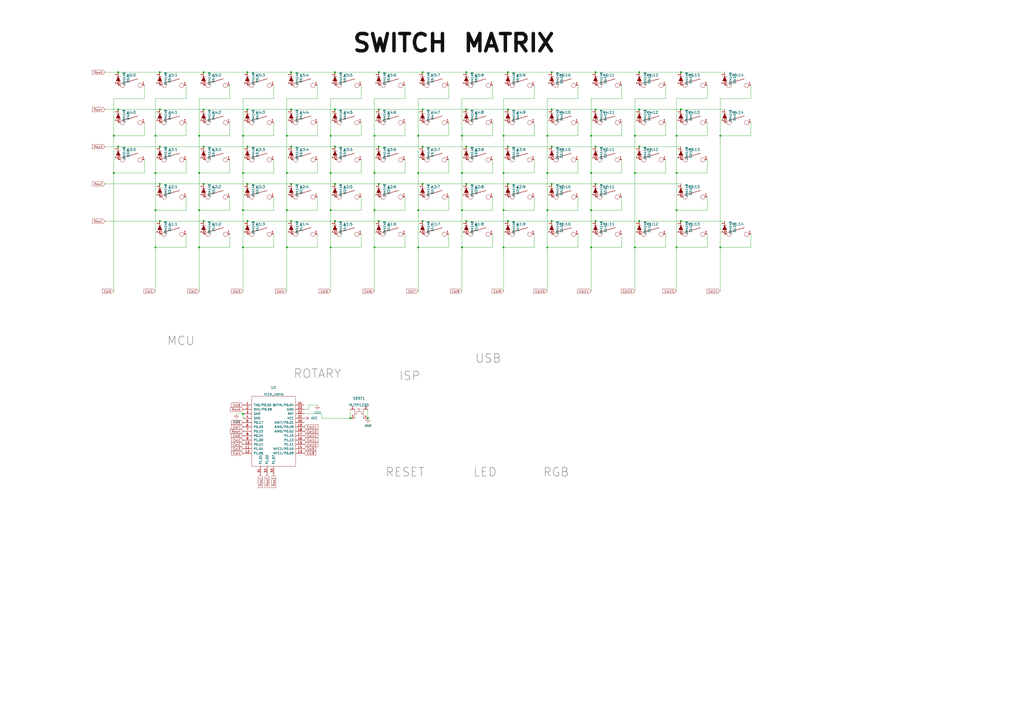
<source format=kicad_sch>
(kicad_sch (version 20211123) (generator eeschema)
  (paper "A2")
  (junction (at 294.64 63.5))
  (junction (at 191.77 121.92))
  (junction (at 392.43 143.51))
  (junction (at 270.51 41.91))
  (junction (at 368.3 100.33))
  (junction (at 143.51 128.27))
  (junction (at 370.84 41.91))
  (junction (at 115.57 143.51))
  (junction (at 242.57 100.33))
  (junction (at 168.91 128.27))
  (junction (at 317.5 143.51))
  (junction (at 115.57 100.33))
  (junction (at 394.97 128.27))
  (junction (at 194.31 63.5))
  (junction (at 115.57 78.74))
  (junction (at 368.3 78.74))
  (junction (at 294.64 106.68))
  (junction (at 345.44 85.09))
  (junction (at 140.97 240.03))
  (junction (at 392.43 100.33))
  (junction (at 68.58 63.5))
  (junction (at 320.04 41.91))
  (junction (at 140.97 143.51))
  (junction (at 219.71 85.09))
  (junction (at 92.71 41.91))
  (junction (at 217.17 100.33))
  (junction (at 242.57 78.74))
  (junction (at 140.97 100.33))
  (junction (at 68.58 41.91))
  (junction (at 168.91 63.5))
  (junction (at 292.1 100.33))
  (junction (at 90.17 143.51))
  (junction (at 267.97 121.92))
  (junction (at 66.04 100.33))
  (junction (at 270.51 63.5))
  (junction (at 245.11 106.68))
  (junction (at 143.51 63.5))
  (junction (at 92.71 85.09))
  (junction (at 166.37 78.74))
  (junction (at 370.84 128.27))
  (junction (at 166.37 143.51))
  (junction (at 417.83 78.74))
  (junction (at 90.17 100.33))
  (junction (at 245.11 85.09))
  (junction (at 194.31 128.27))
  (junction (at 242.57 121.92))
  (junction (at 242.57 143.51))
  (junction (at 140.97 121.92))
  (junction (at 66.04 78.74))
  (junction (at 118.11 85.09))
  (junction (at 213.36 242.57))
  (junction (at 219.71 41.91))
  (junction (at 191.77 78.74))
  (junction (at 219.71 63.5))
  (junction (at 342.9 78.74))
  (junction (at 417.83 143.51))
  (junction (at 294.64 128.27))
  (junction (at 342.9 100.33))
  (junction (at 92.71 128.27))
  (junction (at 267.97 100.33))
  (junction (at 292.1 121.92))
  (junction (at 370.84 63.5))
  (junction (at 143.51 106.68))
  (junction (at 217.17 143.51))
  (junction (at 270.51 106.68))
  (junction (at 245.11 41.91))
  (junction (at 166.37 100.33))
  (junction (at 270.51 128.27))
  (junction (at 68.58 85.09))
  (junction (at 166.37 121.92))
  (junction (at 168.91 41.91))
  (junction (at 345.44 128.27))
  (junction (at 394.97 63.5))
  (junction (at 292.1 143.51))
  (junction (at 345.44 106.68))
  (junction (at 118.11 41.91))
  (junction (at 115.57 121.92))
  (junction (at 317.5 121.92))
  (junction (at 217.17 121.92))
  (junction (at 92.71 106.68))
  (junction (at 92.71 63.5))
  (junction (at 317.5 100.33))
  (junction (at 394.97 41.91))
  (junction (at 392.43 78.74))
  (junction (at 317.5 78.74))
  (junction (at 245.11 63.5))
  (junction (at 294.64 41.91))
  (junction (at 345.44 41.91))
  (junction (at 118.11 63.5))
  (junction (at 203.2 242.57))
  (junction (at 143.51 85.09))
  (junction (at 342.9 121.92))
  (junction (at 217.17 78.74))
  (junction (at 90.17 78.74))
  (junction (at 194.31 41.91))
  (junction (at 191.77 143.51))
  (junction (at 118.11 128.27))
  (junction (at 219.71 106.68))
  (junction (at 140.97 78.74))
  (junction (at 245.11 128.27))
  (junction (at 320.04 128.27))
  (junction (at 168.91 106.68))
  (junction (at 168.91 85.09))
  (junction (at 368.3 143.51))
  (junction (at 320.04 106.68))
  (junction (at 219.71 128.27))
  (junction (at 194.31 106.68))
  (junction (at 191.77 100.33))
  (junction (at 194.31 85.09))
  (junction (at 143.51 41.91))
  (junction (at 90.17 121.92))
  (junction (at 267.97 143.51))
  (junction (at 370.84 85.09))
  (junction (at 392.43 121.92))
  (junction (at 294.64 85.09))
  (junction (at 267.97 78.74))
  (junction (at 320.04 63.5))
  (junction (at 118.11 106.68))
  (junction (at 292.1 78.74))
  (junction (at 270.51 85.09))
  (junction (at 342.9 143.51))
  (junction (at 345.44 63.5))
  (junction (at 320.04 85.09))
  (wire (pts (xy 90.17 57.15) (xy 107.95 57.15)))
  (wire (pts (xy 435.61 71.12) (xy 435.61 78.74)))
  (wire (pts (xy 285.75 92.71) (xy 285.75 100.33)))
  (wire (pts (xy 285.75 71.12) (xy 285.75 78.74)))
  (wire (pts (xy 176.53 237.49) (xy 179.07 237.49)))
  (wire (pts (xy 133.35 92.71) (xy 133.35 100.33)))
  (wire (pts (xy 158.75 114.3) (xy 158.75 121.92)))
  (wire (pts (xy 267.97 78.74) (xy 267.97 100.33)))
  (wire (pts (xy 68.58 63.5) (xy 92.71 63.5)))
  (wire (pts (xy 217.17 57.15) (xy 234.95 57.15)))
  (wire (pts (xy 242.57 143.51) (xy 242.57 168.91)))
  (wire (pts (xy 386.08 71.12) (xy 386.08 78.74)))
  (wire (pts (xy 191.77 57.15) (xy 209.55 57.15)))
  (wire (pts (xy 179.07 234.95) (xy 184.15 234.95)))
  (wire (pts (xy 292.1 57.15) (xy 292.1 78.74)))
  (wire (pts (xy 107.95 114.3) (xy 107.95 121.92)))
  (wire (pts (xy 392.43 78.74) (xy 392.43 100.33)))
  (wire (pts (xy 66.04 57.15) (xy 83.82 57.15)))
  (wire (pts (xy 184.15 114.3) (xy 184.15 121.92)))
  (wire (pts (xy 245.11 85.09) (xy 270.51 85.09)))
  (wire (pts (xy 118.11 41.91) (xy 143.51 41.91)))
  (wire (pts (xy 360.68 135.89) (xy 360.68 143.51)))
  (wire (pts (xy 292.1 100.33) (xy 309.88 100.33)))
  (wire (pts (xy 168.91 63.5) (xy 194.31 63.5)))
  (wire (pts (xy 115.57 100.33) (xy 133.35 100.33)))
  (wire (pts (xy 294.64 85.09) (xy 320.04 85.09)))
  (wire (pts (xy 168.91 85.09) (xy 194.31 85.09)))
  (wire (pts (xy 260.35 135.89) (xy 260.35 143.51)))
  (wire (pts (xy 92.71 128.27) (xy 118.11 128.27)))
  (wire (pts (xy 267.97 121.92) (xy 267.97 143.51)))
  (wire (pts (xy 242.57 57.15) (xy 242.57 78.74)))
  (wire (pts (xy 292.1 78.74) (xy 292.1 100.33)))
  (wire (pts (xy 115.57 57.15) (xy 115.57 78.74)))
  (wire (pts (xy 292.1 121.92) (xy 309.88 121.92)))
  (wire (pts (xy 83.82 71.12) (xy 83.82 78.74)))
  (wire (pts (xy 133.35 135.89) (xy 133.35 143.51)))
  (wire (pts (xy 292.1 143.51) (xy 309.88 143.51)))
  (wire (pts (xy 68.58 41.91) (xy 92.71 41.91)))
  (wire (pts (xy 394.97 41.91) (xy 420.37 41.91)))
  (wire (pts (xy 168.91 128.27) (xy 194.31 128.27)))
  (wire (pts (xy 342.9 57.15) (xy 342.9 78.74)))
  (wire (pts (xy 140.97 78.74) (xy 158.75 78.74)))
  (wire (pts (xy 392.43 57.15) (xy 392.43 78.74)))
  (wire (pts (xy 92.71 85.09) (xy 118.11 85.09)))
  (wire (pts (xy 90.17 143.51) (xy 90.17 168.91)))
  (wire (pts (xy 68.58 85.09) (xy 92.71 85.09)))
  (wire (pts (xy 219.71 106.68) (xy 245.11 106.68)))
  (wire (pts (xy 292.1 121.92) (xy 292.1 143.51)))
  (wire (pts (xy 392.43 78.74) (xy 410.21 78.74)))
  (wire (pts (xy 90.17 100.33) (xy 90.17 121.92)))
  (wire (pts (xy 368.3 143.51) (xy 386.08 143.51)))
  (wire (pts (xy 435.61 49.53) (xy 435.61 57.15)))
  (wire (pts (xy 242.57 100.33) (xy 260.35 100.33)))
  (wire (pts (xy 360.68 71.12) (xy 360.68 78.74)))
  (wire (pts (xy 345.44 63.5) (xy 370.84 63.5)))
  (wire (pts (xy 191.77 143.51) (xy 191.77 168.91)))
  (wire (pts (xy 267.97 143.51) (xy 267.97 168.91)))
  (wire (pts (xy 285.75 135.89) (xy 285.75 143.51)))
  (wire (pts (xy 168.91 106.68) (xy 194.31 106.68)))
  (wire (pts (xy 186.69 240.03) (xy 186.69 242.57)))
  (wire (pts (xy 417.83 57.15) (xy 435.61 57.15)))
  (wire (pts (xy 294.64 63.5) (xy 320.04 63.5)))
  (wire (pts (xy 143.51 63.5) (xy 168.91 63.5)))
  (wire (pts (xy 140.97 143.51) (xy 140.97 168.91)))
  (wire (pts (xy 317.5 121.92) (xy 335.28 121.92)))
  (wire (pts (xy 166.37 143.51) (xy 166.37 168.91)))
  (wire (pts (xy 267.97 100.33) (xy 285.75 100.33)))
  (wire (pts (xy 370.84 85.09) (xy 394.97 85.09)))
  (wire (pts (xy 417.83 57.15) (xy 417.83 78.74)))
  (wire (pts (xy 184.15 92.71) (xy 184.15 100.33)))
  (wire (pts (xy 294.64 106.68) (xy 320.04 106.68)))
  (wire (pts (xy 217.17 143.51) (xy 234.95 143.51)))
  (wire (pts (xy 317.5 57.15) (xy 335.28 57.15)))
  (wire (pts (xy 292.1 143.51) (xy 292.1 168.91)))
  (wire (pts (xy 345.44 85.09) (xy 370.84 85.09)))
  (wire (pts (xy 392.43 143.51) (xy 392.43 168.91)))
  (wire (pts (xy 392.43 121.92) (xy 410.21 121.92)))
  (wire (pts (xy 184.15 49.53) (xy 184.15 57.15)))
  (wire (pts (xy 217.17 121.92) (xy 234.95 121.92)))
  (wire (pts (xy 191.77 78.74) (xy 209.55 78.74)))
  (wire (pts (xy 118.11 106.68) (xy 143.51 106.68)))
  (wire (pts (xy 392.43 143.51) (xy 410.21 143.51)))
  (wire (pts (xy 368.3 100.33) (xy 386.08 100.33)))
  (wire (pts (xy 107.95 49.53) (xy 107.95 57.15)))
  (wire (pts (xy 360.68 92.71) (xy 360.68 100.33)))
  (wire (pts (xy 317.5 78.74) (xy 335.28 78.74)))
  (wire (pts (xy 115.57 121.92) (xy 133.35 121.92)))
  (wire (pts (xy 317.5 78.74) (xy 317.5 100.33)))
  (wire (pts (xy 166.37 100.33) (xy 166.37 121.92)))
  (wire (pts (xy 133.35 49.53) (xy 133.35 57.15)))
  (wire (pts (xy 294.64 41.91) (xy 320.04 41.91)))
  (wire (pts (xy 342.9 78.74) (xy 360.68 78.74)))
  (wire (pts (xy 392.43 100.33) (xy 410.21 100.33)))
  (wire (pts (xy 209.55 135.89) (xy 209.55 143.51)))
  (wire (pts (xy 90.17 78.74) (xy 107.95 78.74)))
  (wire (pts (xy 320.04 85.09) (xy 345.44 85.09)))
  (wire (pts (xy 60.96 128.27) (xy 92.71 128.27)))
  (wire (pts (xy 245.11 128.27) (xy 270.51 128.27)))
  (wire (pts (xy 245.11 41.91) (xy 270.51 41.91)))
  (wire (pts (xy 435.61 135.89) (xy 435.61 143.51)))
  (wire (pts (xy 394.97 63.5) (xy 420.37 63.5)))
  (wire (pts (xy 184.15 71.12) (xy 184.15 78.74)))
  (wire (pts (xy 345.44 106.68) (xy 394.97 106.68)))
  (wire (pts (xy 176.53 240.03) (xy 186.69 240.03)))
  (wire (pts (xy 309.88 92.71) (xy 309.88 100.33)))
  (wire (pts (xy 360.68 49.53) (xy 360.68 57.15)))
  (wire (pts (xy 213.36 237.49) (xy 213.36 242.57)))
  (wire (pts (xy 335.28 114.3) (xy 335.28 121.92)))
  (wire (pts (xy 191.77 100.33) (xy 191.77 121.92)))
  (wire (pts (xy 368.3 57.15) (xy 386.08 57.15)))
  (wire (pts (xy 219.71 85.09) (xy 245.11 85.09)))
  (wire (pts (xy 203.2 242.57) (xy 203.2 237.49)))
  (wire (pts (xy 370.84 63.5) (xy 394.97 63.5)))
  (wire (pts (xy 118.11 85.09) (xy 143.51 85.09)))
  (wire (pts (xy 417.83 78.74) (xy 417.83 143.51)))
  (wire (pts (xy 191.77 121.92) (xy 191.77 143.51)))
  (wire (pts (xy 294.64 128.27) (xy 320.04 128.27)))
  (wire (pts (xy 410.21 135.89) (xy 410.21 143.51)))
  (wire (pts (xy 90.17 57.15) (xy 90.17 78.74)))
  (wire (pts (xy 368.3 143.51) (xy 368.3 168.91)))
  (wire (pts (xy 335.28 92.71) (xy 335.28 100.33)))
  (wire (pts (xy 166.37 78.74) (xy 166.37 100.33)))
  (wire (pts (xy 60.96 85.09) (xy 68.58 85.09)))
  (wire (pts (xy 92.71 41.91) (xy 118.11 41.91)))
  (wire (pts (xy 410.21 114.3) (xy 410.21 121.92)))
  (wire (pts (xy 166.37 121.92) (xy 184.15 121.92)))
  (wire (pts (xy 267.97 57.15) (xy 267.97 78.74)))
  (wire (pts (xy 143.51 128.27) (xy 168.91 128.27)))
  (wire (pts (xy 194.31 63.5) (xy 219.71 63.5)))
  (wire (pts (xy 186.69 242.57) (xy 203.2 242.57)))
  (wire (pts (xy 140.97 240.03) (xy 140.97 242.57)))
  (wire (pts (xy 309.88 135.89) (xy 309.88 143.51)))
  (wire (pts (xy 115.57 143.51) (xy 115.57 168.91)))
  (wire (pts (xy 410.21 71.12) (xy 410.21 78.74)))
  (wire (pts (xy 217.17 100.33) (xy 234.95 100.33)))
  (wire (pts (xy 158.75 71.12) (xy 158.75 78.74)))
  (wire (pts (xy 219.71 63.5) (xy 245.11 63.5)))
  (wire (pts (xy 292.1 57.15) (xy 309.88 57.15)))
  (wire (pts (xy 242.57 78.74) (xy 260.35 78.74)))
  (wire (pts (xy 270.51 41.91) (xy 294.64 41.91)))
  (wire (pts (xy 267.97 78.74) (xy 285.75 78.74)))
  (wire (pts (xy 140.97 121.92) (xy 140.97 143.51)))
  (wire (pts (xy 242.57 121.92) (xy 260.35 121.92)))
  (wire (pts (xy 270.51 106.68) (xy 294.64 106.68)))
  (wire (pts (xy 242.57 121.92) (xy 242.57 143.51)))
  (wire (pts (xy 92.71 106.68) (xy 118.11 106.68)))
  (wire (pts (xy 60.96 63.5) (xy 68.58 63.5)))
  (wire (pts (xy 320.04 41.91) (xy 345.44 41.91)))
  (wire (pts (xy 115.57 143.51) (xy 133.35 143.51)))
  (wire (pts (xy 166.37 143.51) (xy 184.15 143.51)))
  (wire (pts (xy 209.55 71.12) (xy 209.55 78.74)))
  (wire (pts (xy 234.95 49.53) (xy 234.95 57.15)))
  (wire (pts (xy 234.95 114.3) (xy 234.95 121.92)))
  (wire (pts (xy 342.9 121.92) (xy 360.68 121.92)))
  (wire (pts (xy 368.3 57.15) (xy 368.3 78.74)))
  (wire (pts (xy 267.97 57.15) (xy 285.75 57.15)))
  (wire (pts (xy 107.95 92.71) (xy 107.95 100.33)))
  (wire (pts (xy 143.51 41.91) (xy 168.91 41.91)))
  (wire (pts (xy 219.71 41.91) (xy 245.11 41.91)))
  (wire (pts (xy 191.77 143.51) (xy 209.55 143.51)))
  (wire (pts (xy 194.31 106.68) (xy 219.71 106.68)))
  (wire (pts (xy 140.97 100.33) (xy 158.75 100.33)))
  (wire (pts (xy 309.88 114.3) (xy 309.88 121.92)))
  (wire (pts (xy 217.17 100.33) (xy 217.17 121.92)))
  (wire (pts (xy 118.11 63.5) (xy 143.51 63.5)))
  (wire (pts (xy 158.75 135.89) (xy 158.75 143.51)))
  (wire (pts (xy 234.95 92.71) (xy 234.95 100.33)))
  (wire (pts (xy 234.95 71.12) (xy 234.95 78.74)))
  (wire (pts (xy 320.04 63.5) (xy 345.44 63.5)))
  (wire (pts (xy 66.04 78.74) (xy 66.04 100.33)))
  (wire (pts (xy 342.9 100.33) (xy 360.68 100.33)))
  (wire (pts (xy 260.35 49.53) (xy 260.35 57.15)))
  (wire (pts (xy 368.3 100.33) (xy 368.3 143.51)))
  (wire (pts (xy 115.57 121.92) (xy 115.57 143.51)))
  (wire (pts (xy 137.16 240.03) (xy 140.97 240.03)))
  (wire (pts (xy 270.51 128.27) (xy 294.64 128.27)))
  (wire (pts (xy 140.97 121.92) (xy 158.75 121.92)))
  (wire (pts (xy 219.71 128.27) (xy 245.11 128.27)))
  (wire (pts (xy 66.04 100.33) (xy 83.82 100.33)))
  (wire (pts (xy 115.57 78.74) (xy 133.35 78.74)))
  (wire (pts (xy 191.77 78.74) (xy 191.77 100.33)))
  (wire (pts (xy 90.17 100.33) (xy 107.95 100.33)))
  (wire (pts (xy 317.5 57.15) (xy 317.5 78.74)))
  (wire (pts (xy 368.3 78.74) (xy 368.3 100.33)))
  (wire (pts (xy 267.97 100.33) (xy 267.97 121.92)))
  (wire (pts (xy 285.75 49.53) (xy 285.75 57.15)))
  (wire (pts (xy 90.17 121.92) (xy 90.17 143.51)))
  (wire (pts (xy 242.57 57.15) (xy 260.35 57.15)))
  (wire (pts (xy 191.77 57.15) (xy 191.77 78.74)))
  (wire (pts (xy 242.57 78.74) (xy 242.57 100.33)))
  (wire (pts (xy 194.31 85.09) (xy 219.71 85.09)))
  (wire (pts (xy 245.11 63.5) (xy 270.51 63.5)))
  (wire (pts (xy 217.17 78.74) (xy 217.17 100.33)))
  (wire (pts (xy 166.37 78.74) (xy 184.15 78.74)))
  (wire (pts (xy 410.21 92.71) (xy 410.21 100.33)))
  (wire (pts (xy 285.75 114.3) (xy 285.75 121.92)))
  (wire (pts (xy 360.68 114.3) (xy 360.68 121.92)))
  (wire (pts (xy 115.57 100.33) (xy 115.57 121.92)))
  (wire (pts (xy 143.51 85.09) (xy 168.91 85.09)))
  (wire (pts (xy 342.9 57.15) (xy 360.68 57.15)))
  (wire (pts (xy 392.43 57.15) (xy 410.21 57.15)))
  (wire (pts (xy 179.07 237.49) (xy 179.07 234.95)))
  (wire (pts (xy 392.43 121.92) (xy 392.43 143.51)))
  (wire (pts (xy 60.96 41.91) (xy 68.58 41.91)))
  (wire (pts (xy 107.95 135.89) (xy 107.95 143.51)))
  (wire (pts (xy 118.11 128.27) (xy 143.51 128.27)))
  (wire (pts (xy 417.83 78.74) (xy 435.61 78.74)))
  (wire (pts (xy 342.9 100.33) (xy 342.9 121.92)))
  (wire (pts (xy 370.84 128.27) (xy 394.97 128.27)))
  (wire (pts (xy 115.57 57.15) (xy 133.35 57.15)))
  (wire (pts (xy 345.44 128.27) (xy 370.84 128.27)))
  (wire (pts (xy 320.04 106.68) (xy 345.44 106.68)))
  (wire (pts (xy 158.75 49.53) (xy 158.75 57.15)))
  (wire (pts (xy 83.82 92.71) (xy 83.82 100.33)))
  (wire (pts (xy 133.35 71.12) (xy 133.35 78.74)))
  (wire (pts (xy 166.37 57.15) (xy 184.15 57.15)))
  (wire (pts (xy 260.35 92.71) (xy 260.35 100.33)))
  (wire (pts (xy 260.35 114.3) (xy 260.35 121.92)))
  (wire (pts (xy 191.77 121.92) (xy 209.55 121.92)))
  (wire (pts (xy 410.21 49.53) (xy 410.21 57.15)))
  (wire (pts (xy 335.28 49.53) (xy 335.28 57.15)))
  (wire (pts (xy 66.04 78.74) (xy 83.82 78.74)))
  (wire (pts (xy 292.1 100.33) (xy 292.1 121.92)))
  (wire (pts (xy 342.9 143.51) (xy 360.68 143.51)))
  (wire (pts (xy 317.5 100.33) (xy 335.28 100.33)))
  (wire (pts (xy 90.17 78.74) (xy 90.17 100.33)))
  (wire (pts (xy 60.96 106.68) (xy 92.71 106.68)))
  (wire (pts (xy 92.71 63.5) (xy 118.11 63.5)))
  (wire (pts (xy 194.31 128.27) (xy 219.71 128.27)))
  (wire (pts (xy 140.97 57.15) (xy 158.75 57.15)))
  (wire (pts (xy 83.82 49.53) (xy 83.82 57.15)))
  (wire (pts (xy 417.83 143.51) (xy 435.61 143.51)))
  (wire (pts (xy 386.08 49.53) (xy 386.08 57.15)))
  (wire (pts (xy 317.5 143.51) (xy 317.5 168.91)))
  (wire (pts (xy 242.57 100.33) (xy 242.57 121.92)))
  (wire (pts (xy 320.04 128.27) (xy 345.44 128.27)))
  (wire (pts (xy 342.9 78.74) (xy 342.9 100.33)))
  (wire (pts (xy 317.5 121.92) (xy 317.5 143.51)))
  (wire (pts (xy 217.17 121.92) (xy 217.17 143.51)))
  (wire (pts (xy 342.9 143.51) (xy 342.9 168.91)))
  (wire (pts (xy 217.17 143.51) (xy 217.17 168.91)))
  (wire (pts (xy 317.5 100.33) (xy 317.5 121.92)))
  (wire (pts (xy 158.75 92.71) (xy 158.75 100.33)))
  (wire (pts (xy 107.95 71.12) (xy 107.95 78.74)))
  (wire (pts (xy 217.17 78.74) (xy 234.95 78.74)))
  (wire (pts (xy 417.83 143.51) (xy 417.83 168.91)))
  (wire (pts (xy 90.17 121.92) (xy 107.95 121.92)))
  (wire (pts (xy 115.57 78.74) (xy 115.57 100.33)))
  (wire (pts (xy 166.37 100.33) (xy 184.15 100.33)))
  (wire (pts (xy 140.97 100.33) (xy 140.97 121.92)))
  (wire (pts (xy 140.97 78.74) (xy 140.97 100.33)))
  (wire (pts (xy 217.17 57.15) (xy 217.17 78.74)))
  (wire (pts (xy 335.28 71.12) (xy 335.28 78.74)))
  (wire (pts (xy 90.17 143.51) (xy 107.95 143.51)))
  (wire (pts (xy 66.04 57.15) (xy 66.04 78.74)))
  (wire (pts (xy 191.77 100.33) (xy 209.55 100.33)))
  (wire (pts (xy 168.91 41.91) (xy 194.31 41.91)))
  (wire (pts (xy 166.37 57.15) (xy 166.37 78.74)))
  (wire (pts (xy 242.57 143.51) (xy 260.35 143.51)))
  (wire (pts (xy 143.51 106.68) (xy 168.91 106.68)))
  (wire (pts (xy 370.84 41.91) (xy 394.97 41.91)))
  (wire (pts (xy 267.97 143.51) (xy 285.75 143.51)))
  (wire (pts (xy 345.44 41.91) (xy 370.84 41.91)))
  (wire (pts (xy 309.88 49.53) (xy 309.88 57.15)))
  (wire (pts (xy 267.97 121.92) (xy 285.75 121.92)))
  (wire (pts (xy 392.43 100.33) (xy 392.43 121.92)))
  (wire (pts (xy 260.35 71.12) (xy 260.35 78.74)))
  (wire (pts (xy 292.1 78.74) (xy 309.88 78.74)))
  (wire (pts (xy 209.55 114.3) (xy 209.55 121.92)))
  (wire (pts (xy 245.11 106.68) (xy 270.51 106.68)))
  (wire (pts (xy 368.3 78.74) (xy 386.08 78.74)))
  (wire (pts (xy 184.15 135.89) (xy 184.15 143.51)))
  (wire (pts (xy 342.9 121.92) (xy 342.9 143.51)))
  (wire (pts (xy 166.37 121.92) (xy 166.37 143.51)))
  (wire (pts (xy 140.97 57.15) (xy 140.97 78.74)))
  (wire (pts (xy 209.55 49.53) (xy 209.55 57.15)))
  (wire (pts (xy 133.35 114.3) (xy 133.35 121.92)))
  (wire (pts (xy 317.5 143.51) (xy 335.28 143.51)))
  (wire (pts (xy 335.28 135.89) (xy 335.28 143.51)))
  (wire (pts (xy 234.95 135.89) (xy 234.95 143.51)))
  (wire (pts (xy 386.08 135.89) (xy 386.08 143.51)))
  (wire (pts (xy 270.51 85.09) (xy 294.64 85.09)))
  (wire (pts (xy 309.88 71.12) (xy 309.88 78.74)))
  (wire (pts (xy 394.97 128.27) (xy 420.37 128.27)))
  (wire (pts (xy 270.51 63.5) (xy 294.64 63.5)))
  (wire (pts (xy 209.55 92.71) (xy 209.55 100.33)))
  (wire (pts (xy 194.31 41.91) (xy 219.71 41.91)))
  (wire (pts (xy 140.97 143.51) (xy 158.75 143.51)))
  (wire (pts (xy 66.04 100.33) (xy 66.04 168.91)))
  (wire (pts (xy 386.08 92.71) (xy 386.08 100.33)))
  (label "ISP" (at 243.84 222.25 180) (effects (font (size 5.0038 5.0038))))
  (label "RGB" (at 330.2 278.13 180) (effects (font (size 5.0038 5.0038))))
  (label "LED" (at 288.29 278.13 180) (effects (font (size 5.0038 5.0038))))
  (label "RESET" (at 246.38 278.13 180) (effects (font (size 5.0038 5.0038))))
  (label "SWITCH" (at 260.35 34.29 180) (effects (font (size 10.0076 10.0076) (thickness 2.0015) bold)))
  (label "USB" (at 290.83 212.09 180) (effects (font (size 5.0038 5.0038))))
  (label "ROTARY" (at 198.12 220.98 180) (effects (font (size 5.0038 5.0038))))
  (label "MATRIX" (at 322.58 34.29 180) (effects (font (size 10.0076 10.0076) (thickness 2.0015) bold)))
  (label "MCU" (at 113.03 201.93 180) (effects (font (size 5.0038 5.0038))))
  (global_label "Col14" (shape input) (at 176.53 247.65 0) (property "Intersheet References" "${INTERSHEET_REFS}" (effects hide)))
  (global_label "Col10" (shape input) (at 176.53 257.81 0) (property "Intersheet References" "${INTERSHEET_REFS}" (effects hide)))
  (global_label "Col11" (shape input) (at 342.9 168.91 180) (property "Intersheet References" "${INTERSHEET_REFS}" (effects hide)))
  (global_label "Col13" (shape input) (at 176.53 250.19 0) (property "Intersheet References" "${INTERSHEET_REFS}" (effects hide)))
  (global_label "Row4" (shape input) (at 60.96 63.5 180) (property "Intersheet References" "${INTERSHEET_REFS}" (effects hide)))
  (global_label "Col6" (shape input) (at 140.97 234.95 180) (property "Intersheet References" "${INTERSHEET_REFS}" (effects hide)))
  (global_label "Col1" (shape input) (at 140.97 255.27 180) (property "Intersheet References" "${INTERSHEET_REFS}" (effects hide)))
  (global_label "Col8" (shape input) (at 176.53 262.89 0) (property "Intersheet References" "${INTERSHEET_REFS}" (effects hide)))
  (global_label "Col5" (shape input) (at 140.97 245.11 180) (property "Intersheet References" "${INTERSHEET_REFS}" (effects hide)))
  (global_label "Col4" (shape input) (at 166.37 168.91 180) (property "Intersheet References" "${INTERSHEET_REFS}" (effects hide)))
  (global_label "Row2" (shape input) (at 154.94 275.59 270) (property "Intersheet References" "${INTERSHEET_REFS}" (effects hide)))
  (global_label "Col13" (shape input) (at 392.43 168.91 180) (property "Intersheet References" "${INTERSHEET_REFS}" (effects hide)))
  (global_label "Row1" (shape input) (at 60.96 128.27 180) (property "Intersheet References" "${INTERSHEET_REFS}" (effects hide)))
  (global_label "Col5" (shape input) (at 191.77 168.91 180) (property "Intersheet References" "${INTERSHEET_REFS}" (effects hide)))
  (global_label "Col7" (shape input) (at 140.97 247.65 180) (property "Intersheet References" "${INTERSHEET_REFS}" (effects hide)))
  (global_label "Col6" (shape input) (at 217.17 168.91 180) (property "Intersheet References" "${INTERSHEET_REFS}" (effects hide)))
  (global_label "Row1" (shape input) (at 151.13 275.59 270) (property "Intersheet References" "${INTERSHEET_REFS}" (effects hide)))
  (global_label "Col11" (shape input) (at 176.53 255.27 0) (property "Intersheet References" "${INTERSHEET_REFS}" (effects hide)))
  (global_label "Col2" (shape input) (at 140.97 257.81 180) (property "Intersheet References" "${INTERSHEET_REFS}" (effects hide)))
  (global_label "Col0" (shape input) (at 66.04 168.91 180) (property "Intersheet References" "${INTERSHEET_REFS}" (effects hide)))
  (global_label "Row3" (shape input) (at 60.96 85.09 180) (property "Intersheet References" "${INTERSHEET_REFS}" (effects hide)))
  (global_label "Col2" (shape input) (at 115.57 168.91 180) (property "Intersheet References" "${INTERSHEET_REFS}" (effects hide)))
  (global_label "Col1" (shape input) (at 90.17 168.91 180) (property "Intersheet References" "${INTERSHEET_REFS}" (effects hide)))
  (global_label "Col7" (shape input) (at 242.57 168.91 180) (property "Intersheet References" "${INTERSHEET_REFS}" (effects hide)))
  (global_label "Col14" (shape input) (at 417.83 168.91 180) (property "Intersheet References" "${INTERSHEET_REFS}" (effects hide)))
  (global_label "Col9" (shape input) (at 292.1 168.91 180) (property "Intersheet References" "${INTERSHEET_REFS}" (effects hide)))
  (global_label "Col3" (shape input) (at 140.97 168.91 180) (property "Intersheet References" "${INTERSHEET_REFS}" (effects hide)))
  (global_label "Col12" (shape input) (at 368.3 168.91 180) (property "Intersheet References" "${INTERSHEET_REFS}" (effects hide)))
  (global_label "Row5" (shape input) (at 60.96 41.91 180) (property "Intersheet References" "${INTERSHEET_REFS}" (effects hide)))
  (global_label "Col4" (shape input) (at 140.97 262.89 180) (property "Intersheet References" "${INTERSHEET_REFS}" (effects hide)))
  (global_label "Col0" (shape input) (at 140.97 252.73 180) (property "Intersheet References" "${INTERSHEET_REFS}" (effects hide)))
  (global_label "Row4" (shape input) (at 140.97 250.19 180) (property "Intersheet References" "${INTERSHEET_REFS}" (effects hide)))
  (global_label "Col9" (shape input) (at 176.53 260.35 0) (property "Intersheet References" "${INTERSHEET_REFS}" (effects hide)))
  (global_label "Col8" (shape input) (at 267.97 168.91 180) (property "Intersheet References" "${INTERSHEET_REFS}" (effects hide)))
  (global_label "Row3" (shape input) (at 158.75 275.59 270) (property "Intersheet References" "${INTERSHEET_REFS}" (effects hide)))
  (global_label "Col10" (shape input) (at 317.5 168.91 180) (property "Intersheet References" "${INTERSHEET_REFS}" (effects hide)))
  (global_label "Row5" (shape input) (at 140.97 237.49 180) (property "Intersheet References" "${INTERSHEET_REFS}" (effects hide)))
  (global_label "Col12" (shape input) (at 176.53 252.73 0) (property "Intersheet References" "${INTERSHEET_REFS}" (effects hide)))
  (global_label "Row2" (shape input) (at 60.96 106.68 180) (property "Intersheet References" "${INTERSHEET_REFS}" (effects hide)))
  (global_label "Col3" (shape input) (at 140.97 260.35 180) (property "Intersheet References" "${INTERSHEET_REFS}" (effects hide)))
  (symbol (lib_id "keyboard:KEYSW") (at 76.2 49.53 0) (unit 1)
    (property "Reference" "K5:0" (at 76.2 43.6118 0) (effects (font (size 1.524 1.524))))
    (property "Value" "KEYSW" (effects hide))
    (property "Footprint" "Switch_Keyboard_Kailh:SW_Kailh_Choc_V1V2_1.00u" (effects hide))
  )
  (symbol (lib_id "dk_Diodes-Rectifiers-Single:1N4148") (at 68.58 44.45 270) (unit 1)
    (property "Reference" "D5:0" (at 74.295 45.72 0))
    (property "Value" "1N4148" (at 71.9836 45.72 0))
    (property "Footprint" "Diode_SMD:D_SOD-323" (effects hide))
    (property "Datasheet" "https://www.onsemi.com/pub/Collateral/1N914-D.PDF" (effects hide))
    (property "Digi-Key_PN" "1N4148FS-ND" (effects hide))
    (property "MPN" "1N4148" (effects hide))
    (property "Category" "Discrete Semiconductor Products" (effects hide))
    (property "Family" "Diodes - Rectifiers - Single" (effects hide))
    (property "DK_Datasheet_Link" "https://www.onsemi.com/pub/Collateral/1N914-D.PDF" (effects hide))
    (property "DK_Detail_Page" "/product-detail/en/on-semiconductor/1N4148/1N4148FS-ND/458603" (effects hide))
    (property "Description" "DIODE GEN PURP 100V 200MA DO35" (effects hide))
    (property "Manufacturer" "ON Semiconductor" (effects hide))
    (property "Status" "Active" (effects hide))
    (property "LCSC" "C2128" (effects hide))
  )
  (symbol (lib_id "keyboard:KEYSW") (at 76.2 71.12 0) (unit 1)
    (property "Reference" "K4:0" (at 76.2 65.2018 0) (effects (font (size 1.524 1.524))))
    (property "Value" "KEYSW" (effects hide))
    (property "Footprint" "Switch_Keyboard_Kailh:SW_Kailh_Choc_V1V2_1.00u" (effects hide))
  )
  (symbol (lib_id "dk_Diodes-Rectifiers-Single:1N4148") (at 68.58 66.04 270) (unit 1)
    (property "Reference" "D4:0" (at 74.295 67.31 0))
    (property "Value" "1N4148" (at 71.9836 67.31 0))
    (property "Footprint" "Diode_SMD:D_SOD-323" (effects hide))
    (property "Datasheet" "https://www.onsemi.com/pub/Collateral/1N914-D.PDF" (effects hide))
    (property "Digi-Key_PN" "1N4148FS-ND" (effects hide))
    (property "MPN" "1N4148" (effects hide))
    (property "Category" "Discrete Semiconductor Products" (effects hide))
    (property "Family" "Diodes - Rectifiers - Single" (effects hide))
    (property "DK_Datasheet_Link" "https://www.onsemi.com/pub/Collateral/1N914-D.PDF" (effects hide))
    (property "DK_Detail_Page" "/product-detail/en/on-semiconductor/1N4148/1N4148FS-ND/458603" (effects hide))
    (property "Description" "DIODE GEN PURP 100V 200MA DO35" (effects hide))
    (property "Manufacturer" "ON Semiconductor" (effects hide))
    (property "Status" "Active" (effects hide))
  )
  (symbol (lib_id "keyboard:KEYSW") (at 100.33 49.53 0) (unit 1)
    (property "Reference" "K5:1" (at 100.33 43.6118 0) (effects (font (size 1.524 1.524))))
    (property "Value" "KEYSW" (effects hide))
    (property "Footprint" "Switch_Keyboard_Kailh:SW_Kailh_Choc_V1V2_1.00u" (effects hide))
  )
  (symbol (lib_id "dk_Diodes-Rectifiers-Single:1N4148") (at 92.71 44.45 270) (unit 1)
    (property "Reference" "D5:1" (at 98.425 45.72 0))
    (property "Value" "1N4148" (at 96.1136 45.72 0))
    (property "Footprint" "Diode_SMD:D_SOD-323" (effects hide))
    (property "Datasheet" "https://www.onsemi.com/pub/Collateral/1N914-D.PDF" (effects hide))
    (property "Digi-Key_PN" "1N4148FS-ND" (effects hide))
    (property "MPN" "1N4148" (effects hide))
    (property "Category" "Discrete Semiconductor Products" (effects hide))
    (property "Family" "Diodes - Rectifiers - Single" (effects hide))
    (property "DK_Datasheet_Link" "https://www.onsemi.com/pub/Collateral/1N914-D.PDF" (effects hide))
    (property "DK_Detail_Page" "/product-detail/en/on-semiconductor/1N4148/1N4148FS-ND/458603" (effects hide))
    (property "Description" "DIODE GEN PURP 100V 200MA DO35" (effects hide))
    (property "Manufacturer" "ON Semiconductor" (effects hide))
    (property "Status" "Active" (effects hide))
  )
  (symbol (lib_id "keyboard:KEYSW") (at 100.33 71.12 0) (unit 1)
    (property "Reference" "K4:1" (at 100.33 65.2018 0) (effects (font (size 1.524 1.524))))
    (property "Value" "KEYSW" (effects hide))
    (property "Footprint" "Switch_Keyboard_Kailh:SW_Kailh_Choc_V1V2_1.50u" (effects hide))
  )
  (symbol (lib_id "dk_Diodes-Rectifiers-Single:1N4148") (at 92.71 66.04 270) (unit 1)
    (property "Reference" "D4:1" (at 98.425 67.31 0))
    (property "Value" "1N4148" (at 96.1136 67.31 0))
    (property "Footprint" "Diode_SMD:D_SOD-323" (effects hide))
    (property "Datasheet" "https://www.onsemi.com/pub/Collateral/1N914-D.PDF" (effects hide))
    (property "Digi-Key_PN" "1N4148FS-ND" (effects hide))
    (property "MPN" "1N4148" (effects hide))
    (property "Category" "Discrete Semiconductor Products" (effects hide))
    (property "Family" "Diodes - Rectifiers - Single" (effects hide))
    (property "DK_Datasheet_Link" "https://www.onsemi.com/pub/Collateral/1N914-D.PDF" (effects hide))
    (property "DK_Detail_Page" "/product-detail/en/on-semiconductor/1N4148/1N4148FS-ND/458603" (effects hide))
    (property "Description" "DIODE GEN PURP 100V 200MA DO35" (effects hide))
    (property "Manufacturer" "ON Semiconductor" (effects hide))
    (property "Status" "Active" (effects hide))
  )
  (symbol (lib_id "keyboard:KEYSW") (at 76.2 92.71 0) (unit 1)
    (property "Reference" "K3:0" (at 76.2 86.7918 0) (effects (font (size 1.524 1.524))))
    (property "Value" "KEYSW" (effects hide))
    (property "Footprint" "Switch_Keyboard_Kailh:SW_Kailh_Choc_V1V2_1.00u" (effects hide))
  )
  (symbol (lib_id "dk_Diodes-Rectifiers-Single:1N4148") (at 68.58 87.63 270) (unit 1)
    (property "Reference" "D3:0" (at 74.295 88.9 0))
    (property "Value" "1N4148" (at 71.9836 88.9 0))
    (property "Footprint" "Diode_SMD:D_SOD-323" (effects hide))
    (property "Datasheet" "https://www.onsemi.com/pub/Collateral/1N914-D.PDF" (effects hide))
    (property "Digi-Key_PN" "1N4148FS-ND" (effects hide))
    (property "MPN" "1N4148" (effects hide))
    (property "Category" "Discrete Semiconductor Products" (effects hide))
    (property "Family" "Diodes - Rectifiers - Single" (effects hide))
    (property "DK_Datasheet_Link" "https://www.onsemi.com/pub/Collateral/1N914-D.PDF" (effects hide))
    (property "DK_Detail_Page" "/product-detail/en/on-semiconductor/1N4148/1N4148FS-ND/458603" (effects hide))
    (property "Description" "DIODE GEN PURP 100V 200MA DO35" (effects hide))
    (property "Manufacturer" "ON Semiconductor" (effects hide))
    (property "Status" "Active" (effects hide))
  )
  (symbol (lib_id "keyboard:KEYSW") (at 100.33 92.71 0) (unit 1)
    (property "Reference" "K3:1" (at 100.33 86.7918 0) (effects (font (size 1.524 1.524))))
    (property "Value" "KEYSW" (effects hide))
    (property "Footprint" "Switch_Keyboard_Kailh:SW_Kailh_Choc_V1V2_1.75u" (effects hide))
  )
  (symbol (lib_id "dk_Diodes-Rectifiers-Single:1N4148") (at 92.71 87.63 270) (unit 1)
    (property "Reference" "D3:1" (at 98.425 88.9 0))
    (property "Value" "1N4148" (at 96.1136 88.9 0))
    (property "Footprint" "Diode_SMD:D_SOD-323" (effects hide))
    (property "Datasheet" "https://www.onsemi.com/pub/Collateral/1N914-D.PDF" (effects hide))
    (property "Digi-Key_PN" "1N4148FS-ND" (effects hide))
    (property "MPN" "1N4148" (effects hide))
    (property "Category" "Discrete Semiconductor Products" (effects hide))
    (property "Family" "Diodes - Rectifiers - Single" (effects hide))
    (property "DK_Datasheet_Link" "https://www.onsemi.com/pub/Collateral/1N914-D.PDF" (effects hide))
    (property "DK_Detail_Page" "/product-detail/en/on-semiconductor/1N4148/1N4148FS-ND/458603" (effects hide))
    (property "Description" "DIODE GEN PURP 100V 200MA DO35" (effects hide))
    (property "Manufacturer" "ON Semiconductor" (effects hide))
    (property "Status" "Active" (effects hide))
  )
  (symbol (lib_id "keyboard:KEYSW") (at 100.33 114.3 0) (unit 1)
    (property "Reference" "K2:1" (at 100.33 108.3818 0) (effects (font (size 1.524 1.524))))
    (property "Value" "KEYSW" (effects hide))
    (property "Footprint" "Switch_Keyboard_Kailh:SW_Kailh_Choc_V1V2_2.25u" (effects hide))
  )
  (symbol (lib_id "dk_Diodes-Rectifiers-Single:1N4148") (at 92.71 109.22 270) (unit 1)
    (property "Reference" "D2:1" (at 98.425 110.49 0))
    (property "Value" "1N4148" (at 96.1136 110.49 0))
    (property "Footprint" "Diode_SMD:D_SOD-323" (effects hide))
    (property "Datasheet" "https://www.onsemi.com/pub/Collateral/1N914-D.PDF" (effects hide))
    (property "Digi-Key_PN" "1N4148FS-ND" (effects hide))
    (property "MPN" "1N4148" (effects hide))
    (property "Category" "Discrete Semiconductor Products" (effects hide))
    (property "Family" "Diodes - Rectifiers - Single" (effects hide))
    (property "DK_Datasheet_Link" "https://www.onsemi.com/pub/Collateral/1N914-D.PDF" (effects hide))
    (property "DK_Detail_Page" "/product-detail/en/on-semiconductor/1N4148/1N4148FS-ND/458603" (effects hide))
    (property "Description" "DIODE GEN PURP 100V 200MA DO35" (effects hide))
    (property "Manufacturer" "ON Semiconductor" (effects hide))
    (property "Status" "Active" (effects hide))
  )
  (symbol (lib_id "keyboard:KEYSW") (at 100.33 135.89 0) (unit 1)
    (property "Reference" "K1:1" (at 100.33 129.9718 0) (effects (font (size 1.524 1.524))))
    (property "Value" "KEYSW" (effects hide))
    (property "Footprint" "Switch_Keyboard_Kailh:SW_Kailh_Choc_V1V2_1.25u" (effects hide))
  )
  (symbol (lib_id "dk_Diodes-Rectifiers-Single:1N4148") (at 92.71 130.81 270) (unit 1)
    (property "Reference" "D1:1" (at 98.425 132.08 0))
    (property "Value" "1N4148" (at 96.1136 132.08 0))
    (property "Footprint" "Diode_SMD:D_SOD-323" (effects hide))
    (property "Datasheet" "https://www.onsemi.com/pub/Collateral/1N914-D.PDF" (effects hide))
    (property "Digi-Key_PN" "1N4148FS-ND" (effects hide))
    (property "MPN" "1N4148" (effects hide))
    (property "Category" "Discrete Semiconductor Products" (effects hide))
    (property "Family" "Diodes - Rectifiers - Single" (effects hide))
    (property "DK_Datasheet_Link" "https://www.onsemi.com/pub/Collateral/1N914-D.PDF" (effects hide))
    (property "DK_Detail_Page" "/product-detail/en/on-semiconductor/1N4148/1N4148FS-ND/458603" (effects hide))
    (property "Description" "DIODE GEN PURP 100V 200MA DO35" (effects hide))
    (property "Manufacturer" "ON Semiconductor" (effects hide))
    (property "Status" "Active" (effects hide))
  )
  (symbol (lib_id "keyboard:KEYSW") (at 125.73 49.53 0) (unit 1)
    (property "Reference" "K5:2" (at 125.73 43.6118 0) (effects (font (size 1.524 1.524))))
    (property "Value" "KEYSW" (effects hide))
    (property "Footprint" "Switch_Keyboard_Kailh:SW_Kailh_Choc_V1V2_1.00u" (effects hide))
  )
  (symbol (lib_id "dk_Diodes-Rectifiers-Single:1N4148") (at 118.11 44.45 270) (unit 1)
    (property "Reference" "D5:2" (at 123.825 45.72 0))
    (property "Value" "1N4148" (at 121.5136 45.72 0))
    (property "Footprint" "Diode_SMD:D_SOD-323" (effects hide))
    (property "Datasheet" "https://www.onsemi.com/pub/Collateral/1N914-D.PDF" (effects hide))
    (property "Digi-Key_PN" "1N4148FS-ND" (effects hide))
    (property "MPN" "1N4148" (effects hide))
    (property "Category" "Discrete Semiconductor Products" (effects hide))
    (property "Family" "Diodes - Rectifiers - Single" (effects hide))
    (property "DK_Datasheet_Link" "https://www.onsemi.com/pub/Collateral/1N914-D.PDF" (effects hide))
    (property "DK_Detail_Page" "/product-detail/en/on-semiconductor/1N4148/1N4148FS-ND/458603" (effects hide))
    (property "Description" "DIODE GEN PURP 100V 200MA DO35" (effects hide))
    (property "Manufacturer" "ON Semiconductor" (effects hide))
    (property "Status" "Active" (effects hide))
  )
  (symbol (lib_id "keyboard:KEYSW") (at 125.73 71.12 0) (unit 1)
    (property "Reference" "K4:2" (at 125.73 65.2018 0) (effects (font (size 1.524 1.524))))
    (property "Value" "KEYSW" (effects hide))
    (property "Footprint" "Switch_Keyboard_Kailh:SW_Kailh_Choc_V1V2_1.00u" (effects hide))
  )
  (symbol (lib_id "dk_Diodes-Rectifiers-Single:1N4148") (at 118.11 66.04 270) (unit 1)
    (property "Reference" "D4:2" (at 123.825 67.31 0))
    (property "Value" "1N4148" (at 121.5136 67.31 0))
    (property "Footprint" "Diode_SMD:D_SOD-323" (effects hide))
    (property "Datasheet" "https://www.onsemi.com/pub/Collateral/1N914-D.PDF" (effects hide))
    (property "Digi-Key_PN" "1N4148FS-ND" (effects hide))
    (property "MPN" "1N4148" (effects hide))
    (property "Category" "Discrete Semiconductor Products" (effects hide))
    (property "Family" "Diodes - Rectifiers - Single" (effects hide))
    (property "DK_Datasheet_Link" "https://www.onsemi.com/pub/Collateral/1N914-D.PDF" (effects hide))
    (property "DK_Detail_Page" "/product-detail/en/on-semiconductor/1N4148/1N4148FS-ND/458603" (effects hide))
    (property "Description" "DIODE GEN PURP 100V 200MA DO35" (effects hide))
    (property "Manufacturer" "ON Semiconductor" (effects hide))
    (property "Status" "Active" (effects hide))
  )
  (symbol (lib_id "keyboard:KEYSW") (at 125.73 92.71 0) (unit 1)
    (property "Reference" "K3:2" (at 125.73 86.7918 0) (effects (font (size 1.524 1.524))))
    (property "Value" "KEYSW" (effects hide))
    (property "Footprint" "Switch_Keyboard_Kailh:SW_Kailh_Choc_V1V2_1.00u" (effects hide))
  )
  (symbol (lib_id "dk_Diodes-Rectifiers-Single:1N4148") (at 118.11 87.63 270) (unit 1)
    (property "Reference" "D3:2" (at 123.825 88.9 0))
    (property "Value" "1N4148" (at 121.5136 88.9 0))
    (property "Footprint" "Diode_SMD:D_SOD-323" (effects hide))
    (property "Datasheet" "https://www.onsemi.com/pub/Collateral/1N914-D.PDF" (effects hide))
    (property "Digi-Key_PN" "1N4148FS-ND" (effects hide))
    (property "MPN" "1N4148" (effects hide))
    (property "Category" "Discrete Semiconductor Products" (effects hide))
    (property "Family" "Diodes - Rectifiers - Single" (effects hide))
    (property "DK_Datasheet_Link" "https://www.onsemi.com/pub/Collateral/1N914-D.PDF" (effects hide))
    (property "DK_Detail_Page" "/product-detail/en/on-semiconductor/1N4148/1N4148FS-ND/458603" (effects hide))
    (property "Description" "DIODE GEN PURP 100V 200MA DO35" (effects hide))
    (property "Manufacturer" "ON Semiconductor" (effects hide))
    (property "Status" "Active" (effects hide))
  )
  (symbol (lib_id "keyboard:KEYSW") (at 125.73 114.3 0) (unit 1)
    (property "Reference" "K2:2" (at 125.73 108.3818 0) (effects (font (size 1.524 1.524))))
    (property "Value" "KEYSW" (effects hide))
    (property "Footprint" "Switch_Keyboard_Kailh:SW_Kailh_Choc_V1V2_1.00u" (effects hide))
  )
  (symbol (lib_id "dk_Diodes-Rectifiers-Single:1N4148") (at 118.11 109.22 270) (unit 1)
    (property "Reference" "D2:2" (at 123.825 110.49 0))
    (property "Value" "1N4148" (at 121.5136 110.49 0))
    (property "Footprint" "Diode_SMD:D_SOD-323" (effects hide))
    (property "Datasheet" "https://www.onsemi.com/pub/Collateral/1N914-D.PDF" (effects hide))
    (property "Digi-Key_PN" "1N4148FS-ND" (effects hide))
    (property "MPN" "1N4148" (effects hide))
    (property "Category" "Discrete Semiconductor Products" (effects hide))
    (property "Family" "Diodes - Rectifiers - Single" (effects hide))
    (property "DK_Datasheet_Link" "https://www.onsemi.com/pub/Collateral/1N914-D.PDF" (effects hide))
    (property "DK_Detail_Page" "/product-detail/en/on-semiconductor/1N4148/1N4148FS-ND/458603" (effects hide))
    (property "Description" "DIODE GEN PURP 100V 200MA DO35" (effects hide))
    (property "Manufacturer" "ON Semiconductor" (effects hide))
    (property "Status" "Active" (effects hide))
  )
  (symbol (lib_id "keyboard:KEYSW") (at 125.73 135.89 0) (unit 1)
    (property "Reference" "K1:2" (at 125.73 129.9718 0) (effects (font (size 1.524 1.524))))
    (property "Value" "KEYSW" (effects hide))
    (property "Footprint" "Switch_Keyboard_Kailh:SW_Kailh_Choc_V1V2_1.25u" (effects hide))
  )
  (symbol (lib_id "dk_Diodes-Rectifiers-Single:1N4148") (at 118.11 130.81 270) (unit 1)
    (property "Reference" "D1:2" (at 123.825 132.08 0))
    (property "Value" "1N4148" (at 121.5136 132.08 0))
    (property "Footprint" "Diode_SMD:D_SOD-323" (effects hide))
    (property "Datasheet" "https://www.onsemi.com/pub/Collateral/1N914-D.PDF" (effects hide))
    (property "Digi-Key_PN" "1N4148FS-ND" (effects hide))
    (property "MPN" "1N4148" (effects hide))
    (property "Category" "Discrete Semiconductor Products" (effects hide))
    (property "Family" "Diodes - Rectifiers - Single" (effects hide))
    (property "DK_Datasheet_Link" "https://www.onsemi.com/pub/Collateral/1N914-D.PDF" (effects hide))
    (property "DK_Detail_Page" "/product-detail/en/on-semiconductor/1N4148/1N4148FS-ND/458603" (effects hide))
    (property "Description" "DIODE GEN PURP 100V 200MA DO35" (effects hide))
    (property "Manufacturer" "ON Semiconductor" (effects hide))
    (property "Status" "Active" (effects hide))
  )
  (symbol (lib_id "keyboard:KEYSW") (at 151.13 49.53 0) (unit 1)
    (property "Reference" "K5:3" (at 151.13 43.6118 0) (effects (font (size 1.524 1.524))))
    (property "Value" "KEYSW" (effects hide))
    (property "Footprint" "Switch_Keyboard_Kailh:SW_Kailh_Choc_V1V2_1.00u" (effects hide))
  )
  (symbol (lib_id "dk_Diodes-Rectifiers-Single:1N4148") (at 143.51 44.45 270) (unit 1)
    (property "Reference" "D5:3" (at 149.225 45.72 0))
    (property "Value" "1N4148" (at 146.9136 45.72 0))
    (property "Footprint" "Diode_SMD:D_SOD-323" (effects hide))
    (property "Datasheet" "https://www.onsemi.com/pub/Collateral/1N914-D.PDF" (effects hide))
    (property "Digi-Key_PN" "1N4148FS-ND" (effects hide))
    (property "MPN" "1N4148" (effects hide))
    (property "Category" "Discrete Semiconductor Products" (effects hide))
    (property "Family" "Diodes - Rectifiers - Single" (effects hide))
    (property "DK_Datasheet_Link" "https://www.onsemi.com/pub/Collateral/1N914-D.PDF" (effects hide))
    (property "DK_Detail_Page" "/product-detail/en/on-semiconductor/1N4148/1N4148FS-ND/458603" (effects hide))
    (property "Description" "DIODE GEN PURP 100V 200MA DO35" (effects hide))
    (property "Manufacturer" "ON Semiconductor" (effects hide))
    (property "Status" "Active" (effects hide))
  )
  (symbol (lib_id "keyboard:KEYSW") (at 151.13 71.12 0) (unit 1)
    (property "Reference" "K4:3" (at 151.13 65.2018 0) (effects (font (size 1.524 1.524))))
    (property "Value" "KEYSW" (effects hide))
    (property "Footprint" "Switch_Keyboard_Kailh:SW_Kailh_Choc_V1V2_1.00u" (effects hide))
  )
  (symbol (lib_id "dk_Diodes-Rectifiers-Single:1N4148") (at 143.51 66.04 270) (unit 1)
    (property "Reference" "D4:3" (at 149.225 67.31 0))
    (property "Value" "1N4148" (at 146.9136 67.31 0))
    (property "Footprint" "Diode_SMD:D_SOD-323" (effects hide))
    (property "Datasheet" "https://www.onsemi.com/pub/Collateral/1N914-D.PDF" (effects hide))
    (property "Digi-Key_PN" "1N4148FS-ND" (effects hide))
    (property "MPN" "1N4148" (effects hide))
    (property "Category" "Discrete Semiconductor Products" (effects hide))
    (property "Family" "Diodes - Rectifiers - Single" (effects hide))
    (property "DK_Datasheet_Link" "https://www.onsemi.com/pub/Collateral/1N914-D.PDF" (effects hide))
    (property "DK_Detail_Page" "/product-detail/en/on-semiconductor/1N4148/1N4148FS-ND/458603" (effects hide))
    (property "Description" "DIODE GEN PURP 100V 200MA DO35" (effects hide))
    (property "Manufacturer" "ON Semiconductor" (effects hide))
    (property "Status" "Active" (effects hide))
  )
  (symbol (lib_id "keyboard:KEYSW") (at 151.13 92.71 0) (unit 1)
    (property "Reference" "K3:3" (at 151.13 86.7918 0) (effects (font (size 1.524 1.524))))
    (property "Value" "KEYSW" (effects hide))
    (property "Footprint" "Switch_Keyboard_Kailh:SW_Kailh_Choc_V1V2_1.00u" (effects hide))
  )
  (symbol (lib_id "dk_Diodes-Rectifiers-Single:1N4148") (at 143.51 87.63 270) (unit 1)
    (property "Reference" "D3:3" (at 149.225 88.9 0))
    (property "Value" "1N4148" (at 146.9136 88.9 0))
    (property "Footprint" "Diode_SMD:D_SOD-323" (effects hide))
    (property "Datasheet" "https://www.onsemi.com/pub/Collateral/1N914-D.PDF" (effects hide))
    (property "Digi-Key_PN" "1N4148FS-ND" (effects hide))
    (property "MPN" "1N4148" (effects hide))
    (property "Category" "Discrete Semiconductor Products" (effects hide))
    (property "Family" "Diodes - Rectifiers - Single" (effects hide))
    (property "DK_Datasheet_Link" "https://www.onsemi.com/pub/Collateral/1N914-D.PDF" (effects hide))
    (property "DK_Detail_Page" "/product-detail/en/on-semiconductor/1N4148/1N4148FS-ND/458603" (effects hide))
    (property "Description" "DIODE GEN PURP 100V 200MA DO35" (effects hide))
    (property "Manufacturer" "ON Semiconductor" (effects hide))
    (property "Status" "Active" (effects hide))
  )
  (symbol (lib_id "keyboard:KEYSW") (at 151.13 114.3 0) (unit 1)
    (property "Reference" "K2:3" (at 151.13 108.3818 0) (effects (font (size 1.524 1.524))))
    (property "Value" "KEYSW" (effects hide))
    (property "Footprint" "Switch_Keyboard_Kailh:SW_Kailh_Choc_V1V2_1.00u" (effects hide))
  )
  (symbol (lib_id "dk_Diodes-Rectifiers-Single:1N4148") (at 143.51 109.22 270) (unit 1)
    (property "Reference" "D2:3" (at 149.225 110.49 0))
    (property "Value" "1N4148" (at 146.9136 110.49 0))
    (property "Footprint" "Diode_SMD:D_SOD-323" (effects hide))
    (property "Datasheet" "https://www.onsemi.com/pub/Collateral/1N914-D.PDF" (effects hide))
    (property "Digi-Key_PN" "1N4148FS-ND" (effects hide))
    (property "MPN" "1N4148" (effects hide))
    (property "Category" "Discrete Semiconductor Products" (effects hide))
    (property "Family" "Diodes - Rectifiers - Single" (effects hide))
    (property "DK_Datasheet_Link" "https://www.onsemi.com/pub/Collateral/1N914-D.PDF" (effects hide))
    (property "DK_Detail_Page" "/product-detail/en/on-semiconductor/1N4148/1N4148FS-ND/458603" (effects hide))
    (property "Description" "DIODE GEN PURP 100V 200MA DO35" (effects hide))
    (property "Manufacturer" "ON Semiconductor" (effects hide))
    (property "Status" "Active" (effects hide))
  )
  (symbol (lib_id "keyboard:KEYSW") (at 151.13 135.89 0) (unit 1)
    (property "Reference" "K1:3" (at 151.13 129.9718 0) (effects (font (size 1.524 1.524))))
    (property "Value" "KEYSW" (effects hide))
    (property "Footprint" "Switch_Keyboard_Kailh:SW_Kailh_Choc_V1V2_1.25u" (effects hide))
  )
  (symbol (lib_id "dk_Diodes-Rectifiers-Single:1N4148") (at 143.51 130.81 270) (unit 1)
    (property "Reference" "D1:3" (at 149.225 132.08 0))
    (property "Value" "1N4148" (at 146.9136 132.08 0))
    (property "Footprint" "Diode_SMD:D_SOD-323" (effects hide))
    (property "Datasheet" "https://www.onsemi.com/pub/Collateral/1N914-D.PDF" (effects hide))
    (property "Digi-Key_PN" "1N4148FS-ND" (effects hide))
    (property "MPN" "1N4148" (effects hide))
    (property "Category" "Discrete Semiconductor Products" (effects hide))
    (property "Family" "Diodes - Rectifiers - Single" (effects hide))
    (property "DK_Datasheet_Link" "https://www.onsemi.com/pub/Collateral/1N914-D.PDF" (effects hide))
    (property "DK_Detail_Page" "/product-detail/en/on-semiconductor/1N4148/1N4148FS-ND/458603" (effects hide))
    (property "Description" "DIODE GEN PURP 100V 200MA DO35" (effects hide))
    (property "Manufacturer" "ON Semiconductor" (effects hide))
    (property "Status" "Active" (effects hide))
  )
  (symbol (lib_id "keyboard:KEYSW") (at 176.53 49.53 0) (unit 1)
    (property "Reference" "K5:4" (at 176.53 43.6118 0) (effects (font (size 1.524 1.524))))
    (property "Value" "KEYSW" (effects hide))
    (property "Footprint" "Switch_Keyboard_Kailh:SW_Kailh_Choc_V1V2_1.00u" (effects hide))
  )
  (symbol (lib_id "dk_Diodes-Rectifiers-Single:1N4148") (at 168.91 44.45 270) (unit 1)
    (property "Reference" "D5:4" (at 174.625 45.72 0))
    (property "Value" "1N4148" (at 172.3136 45.72 0))
    (property "Footprint" "Diode_SMD:D_SOD-323" (effects hide))
    (property "Datasheet" "https://www.onsemi.com/pub/Collateral/1N914-D.PDF" (effects hide))
    (property "Digi-Key_PN" "1N4148FS-ND" (effects hide))
    (property "MPN" "1N4148" (effects hide))
    (property "Category" "Discrete Semiconductor Products" (effects hide))
    (property "Family" "Diodes - Rectifiers - Single" (effects hide))
    (property "DK_Datasheet_Link" "https://www.onsemi.com/pub/Collateral/1N914-D.PDF" (effects hide))
    (property "DK_Detail_Page" "/product-detail/en/on-semiconductor/1N4148/1N4148FS-ND/458603" (effects hide))
    (property "Description" "DIODE GEN PURP 100V 200MA DO35" (effects hide))
    (property "Manufacturer" "ON Semiconductor" (effects hide))
    (property "Status" "Active" (effects hide))
  )
  (symbol (lib_id "keyboard:KEYSW") (at 176.53 71.12 0) (unit 1)
    (property "Reference" "K4:4" (at 176.53 65.2018 0) (effects (font (size 1.524 1.524))))
    (property "Value" "KEYSW" (effects hide))
    (property "Footprint" "Switch_Keyboard_Kailh:SW_Kailh_Choc_V1V2_1.00u" (effects hide))
  )
  (symbol (lib_id "dk_Diodes-Rectifiers-Single:1N4148") (at 168.91 66.04 270) (unit 1)
    (property "Reference" "D4:4" (at 174.625 67.31 0))
    (property "Value" "1N4148" (at 172.3136 67.31 0))
    (property "Footprint" "Diode_SMD:D_SOD-323" (effects hide))
    (property "Datasheet" "https://www.onsemi.com/pub/Collateral/1N914-D.PDF" (effects hide))
    (property "Digi-Key_PN" "1N4148FS-ND" (effects hide))
    (property "MPN" "1N4148" (effects hide))
    (property "Category" "Discrete Semiconductor Products" (effects hide))
    (property "Family" "Diodes - Rectifiers - Single" (effects hide))
    (property "DK_Datasheet_Link" "https://www.onsemi.com/pub/Collateral/1N914-D.PDF" (effects hide))
    (property "DK_Detail_Page" "/product-detail/en/on-semiconductor/1N4148/1N4148FS-ND/458603" (effects hide))
    (property "Description" "DIODE GEN PURP 100V 200MA DO35" (effects hide))
    (property "Manufacturer" "ON Semiconductor" (effects hide))
    (property "Status" "Active" (effects hide))
  )
  (symbol (lib_id "keyboard:KEYSW") (at 176.53 92.71 0) (unit 1)
    (property "Reference" "K3:4" (at 176.53 86.7918 0) (effects (font (size 1.524 1.524))))
    (property "Value" "KEYSW" (effects hide))
    (property "Footprint" "Switch_Keyboard_Kailh:SW_Kailh_Choc_V1V2_1.00u" (effects hide))
  )
  (symbol (lib_id "dk_Diodes-Rectifiers-Single:1N4148") (at 168.91 87.63 270) (unit 1)
    (property "Reference" "D3:4" (at 174.625 88.9 0))
    (property "Value" "1N4148" (at 172.3136 88.9 0))
    (property "Footprint" "Diode_SMD:D_SOD-323" (effects hide))
    (property "Datasheet" "https://www.onsemi.com/pub/Collateral/1N914-D.PDF" (effects hide))
    (property "Digi-Key_PN" "1N4148FS-ND" (effects hide))
    (property "MPN" "1N4148" (effects hide))
    (property "Category" "Discrete Semiconductor Products" (effects hide))
    (property "Family" "Diodes - Rectifiers - Single" (effects hide))
    (property "DK_Datasheet_Link" "https://www.onsemi.com/pub/Collateral/1N914-D.PDF" (effects hide))
    (property "DK_Detail_Page" "/product-detail/en/on-semiconductor/1N4148/1N4148FS-ND/458603" (effects hide))
    (property "Description" "DIODE GEN PURP 100V 200MA DO35" (effects hide))
    (property "Manufacturer" "ON Semiconductor" (effects hide))
    (property "Status" "Active" (effects hide))
  )
  (symbol (lib_id "keyboard:KEYSW") (at 176.53 114.3 0) (unit 1)
    (property "Reference" "K2:4" (at 176.53 108.3818 0) (effects (font (size 1.524 1.524))))
    (property "Value" "KEYSW" (effects hide))
    (property "Footprint" "Switch_Keyboard_Kailh:SW_Kailh_Choc_V1V2_1.00u" (effects hide))
  )
  (symbol (lib_id "dk_Diodes-Rectifiers-Single:1N4148") (at 168.91 109.22 270) (unit 1)
    (property "Reference" "D2:4" (at 174.625 110.49 0))
    (property "Value" "1N4148" (at 172.3136 110.49 0))
    (property "Footprint" "Diode_SMD:D_SOD-323" (effects hide))
    (property "Datasheet" "https://www.onsemi.com/pub/Collateral/1N914-D.PDF" (effects hide))
    (property "Digi-Key_PN" "1N4148FS-ND" (effects hide))
    (property "MPN" "1N4148" (effects hide))
    (property "Category" "Discrete Semiconductor Products" (effects hide))
    (property "Family" "Diodes - Rectifiers - Single" (effects hide))
    (property "DK_Datasheet_Link" "https://www.onsemi.com/pub/Collateral/1N914-D.PDF" (effects hide))
    (property "DK_Detail_Page" "/product-detail/en/on-semiconductor/1N4148/1N4148FS-ND/458603" (effects hide))
    (property "Description" "DIODE GEN PURP 100V 200MA DO35" (effects hide))
    (property "Manufacturer" "ON Semiconductor" (effects hide))
    (property "Status" "Active" (effects hide))
  )
  (symbol (lib_id "keyboard:KEYSW") (at 176.53 135.89 0) (unit 1)
    (property "Reference" "K1:4" (at 176.53 129.9718 0) (effects (font (size 1.524 1.524))))
    (property "Value" "KEYSW" (effects hide))
    (property "Footprint" "Switch_Keyboard_Kailh:SW_Kailh_Choc_V1V2_1.25u" (effects hide))
  )
  (symbol (lib_id "dk_Diodes-Rectifiers-Single:1N4148") (at 168.91 130.81 270) (unit 1)
    (property "Reference" "D1:4" (at 174.625 132.08 0))
    (property "Value" "1N4148" (at 172.3136 132.08 0))
    (property "Footprint" "Diode_SMD:D_SOD-323" (effects hide))
    (property "Datasheet" "https://www.onsemi.com/pub/Collateral/1N914-D.PDF" (effects hide))
    (property "Digi-Key_PN" "1N4148FS-ND" (effects hide))
    (property "MPN" "1N4148" (effects hide))
    (property "Category" "Discrete Semiconductor Products" (effects hide))
    (property "Family" "Diodes - Rectifiers - Single" (effects hide))
    (property "DK_Datasheet_Link" "https://www.onsemi.com/pub/Collateral/1N914-D.PDF" (effects hide))
    (property "DK_Detail_Page" "/product-detail/en/on-semiconductor/1N4148/1N4148FS-ND/458603" (effects hide))
    (property "Description" "DIODE GEN PURP 100V 200MA DO35" (effects hide))
    (property "Manufacturer" "ON Semiconductor" (effects hide))
    (property "Status" "Active" (effects hide))
  )
  (symbol (lib_id "keyboard:KEYSW") (at 201.93 49.53 0) (unit 1)
    (property "Reference" "K5:5" (at 201.93 43.6118 0) (effects (font (size 1.524 1.524))))
    (property "Value" "KEYSW" (effects hide))
    (property "Footprint" "Switch_Keyboard_Kailh:SW_Kailh_Choc_V1V2_1.00u" (effects hide))
  )
  (symbol (lib_id "dk_Diodes-Rectifiers-Single:1N4148") (at 194.31 44.45 270) (unit 1)
    (property "Reference" "D5:5" (at 200.025 45.72 0))
    (property "Value" "1N4148" (at 197.7136 45.72 0))
    (property "Footprint" "Diode_SMD:D_SOD-323" (effects hide))
    (property "Datasheet" "https://www.onsemi.com/pub/Collateral/1N914-D.PDF" (effects hide))
    (property "Digi-Key_PN" "1N4148FS-ND" (effects hide))
    (property "MPN" "1N4148" (effects hide))
    (property "Category" "Discrete Semiconductor Products" (effects hide))
    (property "Family" "Diodes - Rectifiers - Single" (effects hide))
    (property "DK_Datasheet_Link" "https://www.onsemi.com/pub/Collateral/1N914-D.PDF" (effects hide))
    (property "DK_Detail_Page" "/product-detail/en/on-semiconductor/1N4148/1N4148FS-ND/458603" (effects hide))
    (property "Description" "DIODE GEN PURP 100V 200MA DO35" (effects hide))
    (property "Manufacturer" "ON Semiconductor" (effects hide))
    (property "Status" "Active" (effects hide))
  )
  (symbol (lib_id "keyboard:KEYSW") (at 201.93 71.12 0) (unit 1)
    (property "Reference" "K4:5" (at 201.93 65.2018 0) (effects (font (size 1.524 1.524))))
    (property "Value" "KEYSW" (effects hide))
    (property "Footprint" "Switch_Keyboard_Kailh:SW_Kailh_Choc_V1V2_1.00u" (effects hide))
  )
  (symbol (lib_id "dk_Diodes-Rectifiers-Single:1N4148") (at 194.31 66.04 270) (unit 1)
    (property "Reference" "D4:5" (at 200.025 67.31 0))
    (property "Value" "1N4148" (at 197.7136 67.31 0))
    (property "Footprint" "Diode_SMD:D_SOD-323" (effects hide))
    (property "Datasheet" "https://www.onsemi.com/pub/Collateral/1N914-D.PDF" (effects hide))
    (property "Digi-Key_PN" "1N4148FS-ND" (effects hide))
    (property "MPN" "1N4148" (effects hide))
    (property "Category" "Discrete Semiconductor Products" (effects hide))
    (property "Family" "Diodes - Rectifiers - Single" (effects hide))
    (property "DK_Datasheet_Link" "https://www.onsemi.com/pub/Collateral/1N914-D.PDF" (effects hide))
    (property "DK_Detail_Page" "/product-detail/en/on-semiconductor/1N4148/1N4148FS-ND/458603" (effects hide))
    (property "Description" "DIODE GEN PURP 100V 200MA DO35" (effects hide))
    (property "Manufacturer" "ON Semiconductor" (effects hide))
    (property "Status" "Active" (effects hide))
  )
  (symbol (lib_id "keyboard:KEYSW") (at 201.93 92.71 0) (unit 1)
    (property "Reference" "K3:5" (at 201.93 86.7918 0) (effects (font (size 1.524 1.524))))
    (property "Value" "KEYSW" (effects hide))
    (property "Footprint" "Switch_Keyboard_Kailh:SW_Kailh_Choc_V1V2_1.00u" (effects hide))
  )
  (symbol (lib_id "dk_Diodes-Rectifiers-Single:1N4148") (at 194.31 87.63 270) (unit 1)
    (property "Reference" "D3:5" (at 200.025 88.9 0))
    (property "Value" "1N4148" (at 197.7136 88.9 0))
    (property "Footprint" "Diode_SMD:D_SOD-323" (effects hide))
    (property "Datasheet" "https://www.onsemi.com/pub/Collateral/1N914-D.PDF" (effects hide))
    (property "Digi-Key_PN" "1N4148FS-ND" (effects hide))
    (property "MPN" "1N4148" (effects hide))
    (property "Category" "Discrete Semiconductor Products" (effects hide))
    (property "Family" "Diodes - Rectifiers - Single" (effects hide))
    (property "DK_Datasheet_Link" "https://www.onsemi.com/pub/Collateral/1N914-D.PDF" (effects hide))
    (property "DK_Detail_Page" "/product-detail/en/on-semiconductor/1N4148/1N4148FS-ND/458603" (effects hide))
    (property "Description" "DIODE GEN PURP 100V 200MA DO35" (effects hide))
    (property "Manufacturer" "ON Semiconductor" (effects hide))
    (property "Status" "Active" (effects hide))
  )
  (symbol (lib_id "keyboard:KEYSW") (at 201.93 114.3 0) (unit 1)
    (property "Reference" "K2:5" (at 201.93 108.3818 0) (effects (font (size 1.524 1.524))))
    (property "Value" "KEYSW" (effects hide))
    (property "Footprint" "Switch_Keyboard_Kailh:SW_Kailh_Choc_V1V2_1.00u" (effects hide))
  )
  (symbol (lib_id "dk_Diodes-Rectifiers-Single:1N4148") (at 194.31 109.22 270) (unit 1)
    (property "Reference" "D2:5" (at 200.025 110.49 0))
    (property "Value" "1N4148" (at 197.7136 110.49 0))
    (property "Footprint" "Diode_SMD:D_SOD-323" (effects hide))
    (property "Datasheet" "https://www.onsemi.com/pub/Collateral/1N914-D.PDF" (effects hide))
    (property "Digi-Key_PN" "1N4148FS-ND" (effects hide))
    (property "MPN" "1N4148" (effects hide))
    (property "Category" "Discrete Semiconductor Products" (effects hide))
    (property "Family" "Diodes - Rectifiers - Single" (effects hide))
    (property "DK_Datasheet_Link" "https://www.onsemi.com/pub/Collateral/1N914-D.PDF" (effects hide))
    (property "DK_Detail_Page" "/product-detail/en/on-semiconductor/1N4148/1N4148FS-ND/458603" (effects hide))
    (property "Description" "DIODE GEN PURP 100V 200MA DO35" (effects hide))
    (property "Manufacturer" "ON Semiconductor" (effects hide))
    (property "Status" "Active" (effects hide))
  )
  (symbol (lib_id "keyboard:KEYSW") (at 227.33 49.53 0) (unit 1)
    (property "Reference" "K5:6" (at 227.33 43.6118 0) (effects (font (size 1.524 1.524))))
    (property "Value" "KEYSW" (effects hide))
    (property "Footprint" "Switch_Keyboard_Kailh:SW_Kailh_Choc_V1V2_1.00u" (effects hide))
  )
  (symbol (lib_id "dk_Diodes-Rectifiers-Single:1N4148") (at 219.71 44.45 270) (unit 1)
    (property "Reference" "D5:6" (at 225.425 45.72 0))
    (property "Value" "1N4148" (at 223.1136 45.72 0))
    (property "Footprint" "Diode_SMD:D_SOD-323" (effects hide))
    (property "Datasheet" "https://www.onsemi.com/pub/Collateral/1N914-D.PDF" (effects hide))
    (property "Digi-Key_PN" "1N4148FS-ND" (effects hide))
    (property "MPN" "1N4148" (effects hide))
    (property "Category" "Discrete Semiconductor Products" (effects hide))
    (property "Family" "Diodes - Rectifiers - Single" (effects hide))
    (property "DK_Datasheet_Link" "https://www.onsemi.com/pub/Collateral/1N914-D.PDF" (effects hide))
    (property "DK_Detail_Page" "/product-detail/en/on-semiconductor/1N4148/1N4148FS-ND/458603" (effects hide))
    (property "Description" "DIODE GEN PURP 100V 200MA DO35" (effects hide))
    (property "Manufacturer" "ON Semiconductor" (effects hide))
    (property "Status" "Active" (effects hide))
  )
  (symbol (lib_id "keyboard:KEYSW") (at 227.33 71.12 0) (unit 1)
    (property "Reference" "K4:6" (at 227.33 65.2018 0) (effects (font (size 1.524 1.524))))
    (property "Value" "KEYSW" (effects hide))
    (property "Footprint" "Switch_Keyboard_Kailh:SW_Kailh_Choc_V1V2_1.00u" (effects hide))
  )
  (symbol (lib_id "dk_Diodes-Rectifiers-Single:1N4148") (at 219.71 66.04 270) (unit 1)
    (property "Reference" "D4:6" (at 225.425 67.31 0))
    (property "Value" "1N4148" (at 223.1136 67.31 0))
    (property "Footprint" "Diode_SMD:D_SOD-323" (effects hide))
    (property "Datasheet" "https://www.onsemi.com/pub/Collateral/1N914-D.PDF" (effects hide))
    (property "Digi-Key_PN" "1N4148FS-ND" (effects hide))
    (property "MPN" "1N4148" (effects hide))
    (property "Category" "Discrete Semiconductor Products" (effects hide))
    (property "Family" "Diodes - Rectifiers - Single" (effects hide))
    (property "DK_Datasheet_Link" "https://www.onsemi.com/pub/Collateral/1N914-D.PDF" (effects hide))
    (property "DK_Detail_Page" "/product-detail/en/on-semiconductor/1N4148/1N4148FS-ND/458603" (effects hide))
    (property "Description" "DIODE GEN PURP 100V 200MA DO35" (effects hide))
    (property "Manufacturer" "ON Semiconductor" (effects hide))
    (property "Status" "Active" (effects hide))
  )
  (symbol (lib_id "keyboard:KEYSW") (at 227.33 92.71 0) (unit 1)
    (property "Reference" "K3:6" (at 227.33 86.7918 0) (effects (font (size 1.524 1.524))))
    (property "Value" "KEYSW" (effects hide))
    (property "Footprint" "Switch_Keyboard_Kailh:SW_Kailh_Choc_V1V2_1.00u" (effects hide))
  )
  (symbol (lib_id "dk_Diodes-Rectifiers-Single:1N4148") (at 219.71 87.63 270) (unit 1)
    (property "Reference" "D3:6" (at 225.425 88.9 0))
    (property "Value" "1N4148" (at 223.1136 88.9 0))
    (property "Footprint" "Diode_SMD:D_SOD-323" (effects hide))
    (property "Datasheet" "https://www.onsemi.com/pub/Collateral/1N914-D.PDF" (effects hide))
    (property "Digi-Key_PN" "1N4148FS-ND" (effects hide))
    (property "MPN" "1N4148" (effects hide))
    (property "Category" "Discrete Semiconductor Products" (effects hide))
    (property "Family" "Diodes - Rectifiers - Single" (effects hide))
    (property "DK_Datasheet_Link" "https://www.onsemi.com/pub/Collateral/1N914-D.PDF" (effects hide))
    (property "DK_Detail_Page" "/product-detail/en/on-semiconductor/1N4148/1N4148FS-ND/458603" (effects hide))
    (property "Description" "DIODE GEN PURP 100V 200MA DO35" (effects hide))
    (property "Manufacturer" "ON Semiconductor" (effects hide))
    (property "Status" "Active" (effects hide))
  )
  (symbol (lib_id "keyboard:KEYSW") (at 227.33 114.3 0) (unit 1)
    (property "Reference" "K2:6" (at 227.33 108.3818 0) (effects (font (size 1.524 1.524))))
    (property "Value" "KEYSW" (effects hide))
    (property "Footprint" "Switch_Keyboard_Kailh:SW_Kailh_Choc_V1V2_1.00u" (effects hide))
  )
  (symbol (lib_id "dk_Diodes-Rectifiers-Single:1N4148") (at 219.71 109.22 270) (unit 1)
    (property "Reference" "D2:6" (at 225.425 110.49 0))
    (property "Value" "1N4148" (at 223.1136 110.49 0))
    (property "Footprint" "Diode_SMD:D_SOD-323" (effects hide))
    (property "Datasheet" "https://www.onsemi.com/pub/Collateral/1N914-D.PDF" (effects hide))
    (property "Digi-Key_PN" "1N4148FS-ND" (effects hide))
    (property "MPN" "1N4148" (effects hide))
    (property "Category" "Discrete Semiconductor Products" (effects hide))
    (property "Family" "Diodes - Rectifiers - Single" (effects hide))
    (property "DK_Datasheet_Link" "https://www.onsemi.com/pub/Collateral/1N914-D.PDF" (effects hide))
    (property "DK_Detail_Page" "/product-detail/en/on-semiconductor/1N4148/1N4148FS-ND/458603" (effects hide))
    (property "Description" "DIODE GEN PURP 100V 200MA DO35" (effects hide))
    (property "Manufacturer" "ON Semiconductor" (effects hide))
    (property "Status" "Active" (effects hide))
  )
  (symbol (lib_id "keyboard:KEYSW") (at 252.73 49.53 0) (unit 1)
    (property "Reference" "K5:7" (at 252.73 43.6118 0) (effects (font (size 1.524 1.524))))
    (property "Value" "KEYSW" (effects hide))
    (property "Footprint" "Switch_Keyboard_Kailh:SW_Kailh_Choc_V1V2_1.00u" (effects hide))
  )
  (symbol (lib_id "dk_Diodes-Rectifiers-Single:1N4148") (at 245.11 44.45 270) (unit 1)
    (property "Reference" "D5:7" (at 250.825 45.72 0))
    (property "Value" "1N4148" (at 248.5136 45.72 0))
    (property "Footprint" "Diode_SMD:D_SOD-323" (effects hide))
    (property "Datasheet" "https://www.onsemi.com/pub/Collateral/1N914-D.PDF" (effects hide))
    (property "Digi-Key_PN" "1N4148FS-ND" (effects hide))
    (property "MPN" "1N4148" (effects hide))
    (property "Category" "Discrete Semiconductor Products" (effects hide))
    (property "Family" "Diodes - Rectifiers - Single" (effects hide))
    (property "DK_Datasheet_Link" "https://www.onsemi.com/pub/Collateral/1N914-D.PDF" (effects hide))
    (property "DK_Detail_Page" "/product-detail/en/on-semiconductor/1N4148/1N4148FS-ND/458603" (effects hide))
    (property "Description" "DIODE GEN PURP 100V 200MA DO35" (effects hide))
    (property "Manufacturer" "ON Semiconductor" (effects hide))
    (property "Status" "Active" (effects hide))
  )
  (symbol (lib_id "keyboard:KEYSW") (at 252.73 71.12 0) (unit 1)
    (property "Reference" "K4:7" (at 252.73 65.2018 0) (effects (font (size 1.524 1.524))))
    (property "Value" "KEYSW" (effects hide))
    (property "Footprint" "Switch_Keyboard_Kailh:SW_Kailh_Choc_V1V2_1.00u" (effects hide))
  )
  (symbol (lib_id "dk_Diodes-Rectifiers-Single:1N4148") (at 245.11 66.04 270) (unit 1)
    (property "Reference" "D4:7" (at 250.825 67.31 0))
    (property "Value" "1N4148" (at 248.5136 67.31 0))
    (property "Footprint" "Diode_SMD:D_SOD-323" (effects hide))
    (property "Datasheet" "https://www.onsemi.com/pub/Collateral/1N914-D.PDF" (effects hide))
    (property "Digi-Key_PN" "1N4148FS-ND" (effects hide))
    (property "MPN" "1N4148" (effects hide))
    (property "Category" "Discrete Semiconductor Products" (effects hide))
    (property "Family" "Diodes - Rectifiers - Single" (effects hide))
    (property "DK_Datasheet_Link" "https://www.onsemi.com/pub/Collateral/1N914-D.PDF" (effects hide))
    (property "DK_Detail_Page" "/product-detail/en/on-semiconductor/1N4148/1N4148FS-ND/458603" (effects hide))
    (property "Description" "DIODE GEN PURP 100V 200MA DO35" (effects hide))
    (property "Manufacturer" "ON Semiconductor" (effects hide))
    (property "Status" "Active" (effects hide))
  )
  (symbol (lib_id "keyboard:KEYSW") (at 252.73 92.71 0) (unit 1)
    (property "Reference" "K3:7" (at 252.73 86.7918 0) (effects (font (size 1.524 1.524))))
    (property "Value" "KEYSW" (effects hide))
    (property "Footprint" "Switch_Keyboard_Kailh:SW_Kailh_Choc_V1V2_1.00u" (effects hide))
  )
  (symbol (lib_id "dk_Diodes-Rectifiers-Single:1N4148") (at 245.11 87.63 270) (unit 1)
    (property "Reference" "D3:7" (at 250.825 88.9 0))
    (property "Value" "1N4148" (at 248.5136 88.9 0))
    (property "Footprint" "Diode_SMD:D_SOD-323" (effects hide))
    (property "Datasheet" "https://www.onsemi.com/pub/Collateral/1N914-D.PDF" (effects hide))
    (property "Digi-Key_PN" "1N4148FS-ND" (effects hide))
    (property "MPN" "1N4148" (effects hide))
    (property "Category" "Discrete Semiconductor Products" (effects hide))
    (property "Family" "Diodes - Rectifiers - Single" (effects hide))
    (property "DK_Datasheet_Link" "https://www.onsemi.com/pub/Collateral/1N914-D.PDF" (effects hide))
    (property "DK_Detail_Page" "/product-detail/en/on-semiconductor/1N4148/1N4148FS-ND/458603" (effects hide))
    (property "Description" "DIODE GEN PURP 100V 200MA DO35" (effects hide))
    (property "Manufacturer" "ON Semiconductor" (effects hide))
    (property "Status" "Active" (effects hide))
  )
  (symbol (lib_id "keyboard:KEYSW") (at 252.73 114.3 0) (unit 1)
    (property "Reference" "K2:7" (at 252.73 108.3818 0) (effects (font (size 1.524 1.524))))
    (property "Value" "KEYSW" (effects hide))
    (property "Footprint" "Switch_Keyboard_Kailh:SW_Kailh_Choc_V1V2_1.00u" (effects hide))
  )
  (symbol (lib_id "dk_Diodes-Rectifiers-Single:1N4148") (at 245.11 109.22 270) (unit 1)
    (property "Reference" "D2:7" (at 250.825 110.49 0))
    (property "Value" "1N4148" (at 248.5136 110.49 0))
    (property "Footprint" "Diode_SMD:D_SOD-323" (effects hide))
    (property "Datasheet" "https://www.onsemi.com/pub/Collateral/1N914-D.PDF" (effects hide))
    (property "Digi-Key_PN" "1N4148FS-ND" (effects hide))
    (property "MPN" "1N4148" (effects hide))
    (property "Category" "Discrete Semiconductor Products" (effects hide))
    (property "Family" "Diodes - Rectifiers - Single" (effects hide))
    (property "DK_Datasheet_Link" "https://www.onsemi.com/pub/Collateral/1N914-D.PDF" (effects hide))
    (property "DK_Detail_Page" "/product-detail/en/on-semiconductor/1N4148/1N4148FS-ND/458603" (effects hide))
    (property "Description" "DIODE GEN PURP 100V 200MA DO35" (effects hide))
    (property "Manufacturer" "ON Semiconductor" (effects hide))
    (property "Status" "Active" (effects hide))
  )
  (symbol (lib_id "keyboard:KEYSW") (at 252.73 135.89 0) (unit 1)
    (property "Reference" "K1:7" (at 252.73 129.9718 0) (effects (font (size 1.524 1.524))))
    (property "Value" "KEYSW" (effects hide))
    (property "Footprint" "Switch_Keyboard_Kailh:SW_Kailh_Choc_V1V2_2.00u" (effects hide))
  )
  (symbol (lib_id "dk_Diodes-Rectifiers-Single:1N4148") (at 245.11 130.81 270) (unit 1)
    (property "Reference" "D1:7" (at 250.825 132.08 0))
    (property "Value" "1N4148" (at 248.5136 132.08 0))
    (property "Footprint" "Diode_SMD:D_SOD-323" (effects hide))
    (property "Datasheet" "https://www.onsemi.com/pub/Collateral/1N914-D.PDF" (effects hide))
    (property "Digi-Key_PN" "1N4148FS-ND" (effects hide))
    (property "MPN" "1N4148" (effects hide))
    (property "Category" "Discrete Semiconductor Products" (effects hide))
    (property "Family" "Diodes - Rectifiers - Single" (effects hide))
    (property "DK_Datasheet_Link" "https://www.onsemi.com/pub/Collateral/1N914-D.PDF" (effects hide))
    (property "DK_Detail_Page" "/product-detail/en/on-semiconductor/1N4148/1N4148FS-ND/458603" (effects hide))
    (property "Description" "DIODE GEN PURP 100V 200MA DO35" (effects hide))
    (property "Manufacturer" "ON Semiconductor" (effects hide))
    (property "Status" "Active" (effects hide))
  )
  (symbol (lib_id "keyboard:KEYSW") (at 278.13 49.53 0) (unit 1)
    (property "Reference" "K5:8" (at 278.13 43.6118 0) (effects (font (size 1.524 1.524))))
    (property "Value" "KEYSW" (effects hide))
    (property "Footprint" "Switch_Keyboard_Kailh:SW_Kailh_Choc_V1V2_1.00u" (effects hide))
  )
  (symbol (lib_id "dk_Diodes-Rectifiers-Single:1N4148") (at 270.51 44.45 270) (unit 1)
    (property "Reference" "D5:8" (at 276.225 45.72 0))
    (property "Value" "1N4148" (at 273.9136 45.72 0))
    (property "Footprint" "Diode_SMD:D_SOD-323" (effects hide))
    (property "Datasheet" "https://www.onsemi.com/pub/Collateral/1N914-D.PDF" (effects hide))
    (property "Digi-Key_PN" "1N4148FS-ND" (effects hide))
    (property "MPN" "1N4148" (effects hide))
    (property "Category" "Discrete Semiconductor Products" (effects hide))
    (property "Family" "Diodes - Rectifiers - Single" (effects hide))
    (property "DK_Datasheet_Link" "https://www.onsemi.com/pub/Collateral/1N914-D.PDF" (effects hide))
    (property "DK_Detail_Page" "/product-detail/en/on-semiconductor/1N4148/1N4148FS-ND/458603" (effects hide))
    (property "Description" "DIODE GEN PURP 100V 200MA DO35" (effects hide))
    (property "Manufacturer" "ON Semiconductor" (effects hide))
    (property "Status" "Active" (effects hide))
  )
  (symbol (lib_id "keyboard:KEYSW") (at 278.13 71.12 0) (unit 1)
    (property "Reference" "K4:8" (at 278.13 65.2018 0) (effects (font (size 1.524 1.524))))
    (property "Value" "KEYSW" (effects hide))
    (property "Footprint" "Switch_Keyboard_Kailh:SW_Kailh_Choc_V1V2_1.00u" (effects hide))
  )
  (symbol (lib_id "dk_Diodes-Rectifiers-Single:1N4148") (at 270.51 66.04 270) (unit 1)
    (property "Reference" "D4:8" (at 276.225 67.31 0))
    (property "Value" "1N4148" (at 273.9136 67.31 0))
    (property "Footprint" "Diode_SMD:D_SOD-323" (effects hide))
    (property "Datasheet" "https://www.onsemi.com/pub/Collateral/1N914-D.PDF" (effects hide))
    (property "Digi-Key_PN" "1N4148FS-ND" (effects hide))
    (property "MPN" "1N4148" (effects hide))
    (property "Category" "Discrete Semiconductor Products" (effects hide))
    (property "Family" "Diodes - Rectifiers - Single" (effects hide))
    (property "DK_Datasheet_Link" "https://www.onsemi.com/pub/Collateral/1N914-D.PDF" (effects hide))
    (property "DK_Detail_Page" "/product-detail/en/on-semiconductor/1N4148/1N4148FS-ND/458603" (effects hide))
    (property "Description" "DIODE GEN PURP 100V 200MA DO35" (effects hide))
    (property "Manufacturer" "ON Semiconductor" (effects hide))
    (property "Status" "Active" (effects hide))
  )
  (symbol (lib_id "keyboard:KEYSW") (at 278.13 92.71 0) (unit 1)
    (property "Reference" "K3:8" (at 278.13 86.7918 0) (effects (font (size 1.524 1.524))))
    (property "Value" "KEYSW" (effects hide))
    (property "Footprint" "Switch_Keyboard_Kailh:SW_Kailh_Choc_V1V2_1.00u" (effects hide))
  )
  (symbol (lib_id "dk_Diodes-Rectifiers-Single:1N4148") (at 270.51 87.63 270) (unit 1)
    (property "Reference" "D3:8" (at 276.225 88.9 0))
    (property "Value" "1N4148" (at 273.9136 88.9 0))
    (property "Footprint" "Diode_SMD:D_SOD-323" (effects hide))
    (property "Datasheet" "https://www.onsemi.com/pub/Collateral/1N914-D.PDF" (effects hide))
    (property "Digi-Key_PN" "1N4148FS-ND" (effects hide))
    (property "MPN" "1N4148" (effects hide))
    (property "Category" "Discrete Semiconductor Products" (effects hide))
    (property "Family" "Diodes - Rectifiers - Single" (effects hide))
    (property "DK_Datasheet_Link" "https://www.onsemi.com/pub/Collateral/1N914-D.PDF" (effects hide))
    (property "DK_Detail_Page" "/product-detail/en/on-semiconductor/1N4148/1N4148FS-ND/458603" (effects hide))
    (property "Description" "DIODE GEN PURP 100V 200MA DO35" (effects hide))
    (property "Manufacturer" "ON Semiconductor" (effects hide))
    (property "Status" "Active" (effects hide))
  )
  (symbol (lib_id "keyboard:KEYSW") (at 278.13 114.3 0) (unit 1)
    (property "Reference" "K2:8" (at 278.13 108.3818 0) (effects (font (size 1.524 1.524))))
    (property "Value" "KEYSW" (effects hide))
    (property "Footprint" "Switch_Keyboard_Kailh:SW_Kailh_Choc_V1V2_1.00u" (effects hide))
  )
  (symbol (lib_id "dk_Diodes-Rectifiers-Single:1N4148") (at 270.51 109.22 270) (unit 1)
    (property "Reference" "D2:8" (at 276.225 110.49 0))
    (property "Value" "1N4148" (at 273.9136 110.49 0))
    (property "Footprint" "Diode_SMD:D_SOD-323" (effects hide))
    (property "Datasheet" "https://www.onsemi.com/pub/Collateral/1N914-D.PDF" (effects hide))
    (property "Digi-Key_PN" "1N4148FS-ND" (effects hide))
    (property "MPN" "1N4148" (effects hide))
    (property "Category" "Discrete Semiconductor Products" (effects hide))
    (property "Family" "Diodes - Rectifiers - Single" (effects hide))
    (property "DK_Datasheet_Link" "https://www.onsemi.com/pub/Collateral/1N914-D.PDF" (effects hide))
    (property "DK_Detail_Page" "/product-detail/en/on-semiconductor/1N4148/1N4148FS-ND/458603" (effects hide))
    (property "Description" "DIODE GEN PURP 100V 200MA DO35" (effects hide))
    (property "Manufacturer" "ON Semiconductor" (effects hide))
    (property "Status" "Active" (effects hide))
  )
  (symbol (lib_id "keyboard:KEYSW") (at 302.26 49.53 0) (unit 1)
    (property "Reference" "K5:9" (at 302.26 43.6118 0) (effects (font (size 1.524 1.524))))
    (property "Value" "KEYSW" (effects hide))
    (property "Footprint" "Switch_Keyboard_Kailh:SW_Kailh_Choc_V1V2_1.00u" (effects hide))
  )
  (symbol (lib_id "dk_Diodes-Rectifiers-Single:1N4148") (at 294.64 44.45 270) (unit 1)
    (property "Reference" "D5:9" (at 300.355 45.72 0))
    (property "Value" "1N4148" (at 298.0436 45.72 0))
    (property "Footprint" "Diode_SMD:D_SOD-323" (effects hide))
    (property "Datasheet" "https://www.onsemi.com/pub/Collateral/1N914-D.PDF" (effects hide))
    (property "Digi-Key_PN" "1N4148FS-ND" (effects hide))
    (property "MPN" "1N4148" (effects hide))
    (property "Category" "Discrete Semiconductor Products" (effects hide))
    (property "Family" "Diodes - Rectifiers - Single" (effects hide))
    (property "DK_Datasheet_Link" "https://www.onsemi.com/pub/Collateral/1N914-D.PDF" (effects hide))
    (property "DK_Detail_Page" "/product-detail/en/on-semiconductor/1N4148/1N4148FS-ND/458603" (effects hide))
    (property "Description" "DIODE GEN PURP 100V 200MA DO35" (effects hide))
    (property "Manufacturer" "ON Semiconductor" (effects hide))
    (property "Status" "Active" (effects hide))
  )
  (symbol (lib_id "keyboard:KEYSW") (at 302.26 71.12 0) (unit 1)
    (property "Reference" "K4:9" (at 302.26 65.2018 0) (effects (font (size 1.524 1.524))))
    (property "Value" "KEYSW" (effects hide))
    (property "Footprint" "Switch_Keyboard_Kailh:SW_Kailh_Choc_V1V2_1.00u" (effects hide))
  )
  (symbol (lib_id "dk_Diodes-Rectifiers-Single:1N4148") (at 294.64 66.04 270) (unit 1)
    (property "Reference" "D4:9" (at 300.355 67.31 0))
    (property "Value" "1N4148" (at 298.0436 67.31 0))
    (property "Footprint" "Diode_SMD:D_SOD-323" (effects hide))
    (property "Datasheet" "https://www.onsemi.com/pub/Collateral/1N914-D.PDF" (effects hide))
    (property "Digi-Key_PN" "1N4148FS-ND" (effects hide))
    (property "MPN" "1N4148" (effects hide))
    (property "Category" "Discrete Semiconductor Products" (effects hide))
    (property "Family" "Diodes - Rectifiers - Single" (effects hide))
    (property "DK_Datasheet_Link" "https://www.onsemi.com/pub/Collateral/1N914-D.PDF" (effects hide))
    (property "DK_Detail_Page" "/product-detail/en/on-semiconductor/1N4148/1N4148FS-ND/458603" (effects hide))
    (property "Description" "DIODE GEN PURP 100V 200MA DO35" (effects hide))
    (property "Manufacturer" "ON Semiconductor" (effects hide))
    (property "Status" "Active" (effects hide))
  )
  (symbol (lib_id "keyboard:KEYSW") (at 302.26 92.71 0) (unit 1)
    (property "Reference" "K3:9" (at 302.26 86.7918 0) (effects (font (size 1.524 1.524))))
    (property "Value" "KEYSW" (effects hide))
    (property "Footprint" "Switch_Keyboard_Kailh:SW_Kailh_Choc_V1V2_1.00u" (effects hide))
  )
  (symbol (lib_id "dk_Diodes-Rectifiers-Single:1N4148") (at 294.64 87.63 270) (unit 1)
    (property "Reference" "D3:9" (at 300.355 88.9 0))
    (property "Value" "1N4148" (at 298.0436 88.9 0))
    (property "Footprint" "Diode_SMD:D_SOD-323" (effects hide))
    (property "Datasheet" "https://www.onsemi.com/pub/Collateral/1N914-D.PDF" (effects hide))
    (property "Digi-Key_PN" "1N4148FS-ND" (effects hide))
    (property "MPN" "1N4148" (effects hide))
    (property "Category" "Discrete Semiconductor Products" (effects hide))
    (property "Family" "Diodes - Rectifiers - Single" (effects hide))
    (property "DK_Datasheet_Link" "https://www.onsemi.com/pub/Collateral/1N914-D.PDF" (effects hide))
    (property "DK_Detail_Page" "/product-detail/en/on-semiconductor/1N4148/1N4148FS-ND/458603" (effects hide))
    (property "Description" "DIODE GEN PURP 100V 200MA DO35" (effects hide))
    (property "Manufacturer" "ON Semiconductor" (effects hide))
    (property "Status" "Active" (effects hide))
  )
  (symbol (lib_id "keyboard:KEYSW") (at 302.26 114.3 0) (unit 1)
    (property "Reference" "K2:9" (at 302.26 108.3818 0) (effects (font (size 1.524 1.524))))
    (property "Value" "KEYSW" (effects hide))
    (property "Footprint" "Switch_Keyboard_Kailh:SW_Kailh_Choc_V1V2_1.00u" (effects hide))
  )
  (symbol (lib_id "dk_Diodes-Rectifiers-Single:1N4148") (at 294.64 109.22 270) (unit 1)
    (property "Reference" "D2:9" (at 300.355 110.49 0))
    (property "Value" "1N4148" (at 298.0436 110.49 0))
    (property "Footprint" "Diode_SMD:D_SOD-323" (effects hide))
    (property "Datasheet" "https://www.onsemi.com/pub/Collateral/1N914-D.PDF" (effects hide))
    (property "Digi-Key_PN" "1N4148FS-ND" (effects hide))
    (property "MPN" "1N4148" (effects hide))
    (property "Category" "Discrete Semiconductor Products" (effects hide))
    (property "Family" "Diodes - Rectifiers - Single" (effects hide))
    (property "DK_Datasheet_Link" "https://www.onsemi.com/pub/Collateral/1N914-D.PDF" (effects hide))
    (property "DK_Detail_Page" "/product-detail/en/on-semiconductor/1N4148/1N4148FS-ND/458603" (effects hide))
    (property "Description" "DIODE GEN PURP 100V 200MA DO35" (effects hide))
    (property "Manufacturer" "ON Semiconductor" (effects hide))
    (property "Status" "Active" (effects hide))
  )
  (symbol (lib_id "keyboard:KEYSW") (at 327.66 49.53 0) (unit 1)
    (property "Reference" "K5:10" (at 327.66 43.6118 0) (effects (font (size 1.524 1.524))))
    (property "Value" "KEYSW" (effects hide))
    (property "Footprint" "Switch_Keyboard_Kailh:SW_Kailh_Choc_V1V2_1.00u" (effects hide))
  )
  (symbol (lib_id "dk_Diodes-Rectifiers-Single:1N4148") (at 320.04 44.45 270) (unit 1)
    (property "Reference" "D5:10" (at 325.755 45.72 0))
    (property "Value" "1N4148" (at 323.4436 45.72 0))
    (property "Footprint" "Diode_SMD:D_SOD-323" (effects hide))
    (property "Datasheet" "https://www.onsemi.com/pub/Collateral/1N914-D.PDF" (effects hide))
    (property "Digi-Key_PN" "1N4148FS-ND" (effects hide))
    (property "MPN" "1N4148" (effects hide))
    (property "Category" "Discrete Semiconductor Products" (effects hide))
    (property "Family" "Diodes - Rectifiers - Single" (effects hide))
    (property "DK_Datasheet_Link" "https://www.onsemi.com/pub/Collateral/1N914-D.PDF" (effects hide))
    (property "DK_Detail_Page" "/product-detail/en/on-semiconductor/1N4148/1N4148FS-ND/458603" (effects hide))
    (property "Description" "DIODE GEN PURP 100V 200MA DO35" (effects hide))
    (property "Manufacturer" "ON Semiconductor" (effects hide))
    (property "Status" "Active" (effects hide))
  )
  (symbol (lib_id "keyboard:KEYSW") (at 327.66 71.12 0) (unit 1)
    (property "Reference" "K4:10" (at 327.66 65.2018 0) (effects (font (size 1.524 1.524))))
    (property "Value" "KEYSW" (effects hide))
    (property "Footprint" "Switch_Keyboard_Kailh:SW_Kailh_Choc_V1V2_1.00u" (effects hide))
  )
  (symbol (lib_id "dk_Diodes-Rectifiers-Single:1N4148") (at 320.04 66.04 270) (unit 1)
    (property "Reference" "D4:10" (at 325.755 67.31 0))
    (property "Value" "1N4148" (at 323.4436 67.31 0))
    (property "Footprint" "Diode_SMD:D_SOD-323" (effects hide))
    (property "Datasheet" "https://www.onsemi.com/pub/Collateral/1N914-D.PDF" (effects hide))
    (property "Digi-Key_PN" "1N4148FS-ND" (effects hide))
    (property "MPN" "1N4148" (effects hide))
    (property "Category" "Discrete Semiconductor Products" (effects hide))
    (property "Family" "Diodes - Rectifiers - Single" (effects hide))
    (property "DK_Datasheet_Link" "https://www.onsemi.com/pub/Collateral/1N914-D.PDF" (effects hide))
    (property "DK_Detail_Page" "/product-detail/en/on-semiconductor/1N4148/1N4148FS-ND/458603" (effects hide))
    (property "Description" "DIODE GEN PURP 100V 200MA DO35" (effects hide))
    (property "Manufacturer" "ON Semiconductor" (effects hide))
    (property "Status" "Active" (effects hide))
  )
  (symbol (lib_id "keyboard:KEYSW") (at 327.66 92.71 0) (unit 1)
    (property "Reference" "K3:10" (at 327.66 86.7918 0) (effects (font (size 1.524 1.524))))
    (property "Value" "KEYSW" (effects hide))
    (property "Footprint" "Switch_Keyboard_Kailh:SW_Kailh_Choc_V1V2_1.00u" (effects hide))
  )
  (symbol (lib_id "dk_Diodes-Rectifiers-Single:1N4148") (at 320.04 87.63 270) (unit 1)
    (property "Reference" "D3:10" (at 325.755 88.9 0))
    (property "Value" "1N4148" (at 323.4436 88.9 0))
    (property "Footprint" "Diode_SMD:D_SOD-323" (effects hide))
    (property "Datasheet" "https://www.onsemi.com/pub/Collateral/1N914-D.PDF" (effects hide))
    (property "Digi-Key_PN" "1N4148FS-ND" (effects hide))
    (property "MPN" "1N4148" (effects hide))
    (property "Category" "Discrete Semiconductor Products" (effects hide))
    (property "Family" "Diodes - Rectifiers - Single" (effects hide))
    (property "DK_Datasheet_Link" "https://www.onsemi.com/pub/Collateral/1N914-D.PDF" (effects hide))
    (property "DK_Detail_Page" "/product-detail/en/on-semiconductor/1N4148/1N4148FS-ND/458603" (effects hide))
    (property "Description" "DIODE GEN PURP 100V 200MA DO35" (effects hide))
    (property "Manufacturer" "ON Semiconductor" (effects hide))
    (property "Status" "Active" (effects hide))
  )
  (symbol (lib_id "keyboard:KEYSW") (at 327.66 114.3 0) (unit 1)
    (property "Reference" "K2:10" (at 327.66 108.3818 0) (effects (font (size 1.524 1.524))))
    (property "Value" "KEYSW" (effects hide))
    (property "Footprint" "Switch_Keyboard_Kailh:SW_Kailh_Choc_V1V2_1.00u" (effects hide))
  )
  (symbol (lib_id "dk_Diodes-Rectifiers-Single:1N4148") (at 320.04 109.22 270) (unit 1)
    (property "Reference" "D2:10" (at 325.755 110.49 0))
    (property "Value" "1N4148" (at 323.4436 110.49 0))
    (property "Footprint" "Diode_SMD:D_SOD-323" (effects hide))
    (property "Datasheet" "https://www.onsemi.com/pub/Collateral/1N914-D.PDF" (effects hide))
    (property "Digi-Key_PN" "1N4148FS-ND" (effects hide))
    (property "MPN" "1N4148" (effects hide))
    (property "Category" "Discrete Semiconductor Products" (effects hide))
    (property "Family" "Diodes - Rectifiers - Single" (effects hide))
    (property "DK_Datasheet_Link" "https://www.onsemi.com/pub/Collateral/1N914-D.PDF" (effects hide))
    (property "DK_Detail_Page" "/product-detail/en/on-semiconductor/1N4148/1N4148FS-ND/458603" (effects hide))
    (property "Description" "DIODE GEN PURP 100V 200MA DO35" (effects hide))
    (property "Manufacturer" "ON Semiconductor" (effects hide))
    (property "Status" "Active" (effects hide))
  )
  (symbol (lib_id "keyboard:KEYSW") (at 327.66 135.89 0) (unit 1)
    (property "Reference" "K1:10" (at 327.66 129.9718 0) (effects (font (size 1.524 1.524))))
    (property "Value" "KEYSW" (effects hide))
    (property "Footprint" "Switch_Keyboard_Kailh:SW_Kailh_Choc_V1V2_1.25u" (effects hide))
  )
  (symbol (lib_id "dk_Diodes-Rectifiers-Single:1N4148") (at 320.04 130.81 270) (unit 1)
    (property "Reference" "D1:10" (at 325.755 132.08 0))
    (property "Value" "1N4148" (at 323.4436 132.08 0))
    (property "Footprint" "Diode_SMD:D_SOD-323" (effects hide))
    (property "Datasheet" "https://www.onsemi.com/pub/Collateral/1N914-D.PDF" (effects hide))
    (property "Digi-Key_PN" "1N4148FS-ND" (effects hide))
    (property "MPN" "1N4148" (effects hide))
    (property "Category" "Discrete Semiconductor Products" (effects hide))
    (property "Family" "Diodes - Rectifiers - Single" (effects hide))
    (property "DK_Datasheet_Link" "https://www.onsemi.com/pub/Collateral/1N914-D.PDF" (effects hide))
    (property "DK_Detail_Page" "/product-detail/en/on-semiconductor/1N4148/1N4148FS-ND/458603" (effects hide))
    (property "Description" "DIODE GEN PURP 100V 200MA DO35" (effects hide))
    (property "Manufacturer" "ON Semiconductor" (effects hide))
    (property "Status" "Active" (effects hide))
  )
  (symbol (lib_id "keyboard:KEYSW") (at 353.06 49.53 0) (unit 1)
    (property "Reference" "K5:11" (at 353.06 43.6118 0) (effects (font (size 1.524 1.524))))
    (property "Value" "KEYSW" (effects hide))
    (property "Footprint" "Switch_Keyboard_Kailh:SW_Kailh_Choc_V1V2_1.00u" (effects hide))
  )
  (symbol (lib_id "dk_Diodes-Rectifiers-Single:1N4148") (at 345.44 44.45 270) (unit 1)
    (property "Reference" "D5:11" (at 351.155 45.72 0))
    (property "Value" "1N4148" (at 348.8436 45.72 0))
    (property "Footprint" "Diode_SMD:D_SOD-323" (effects hide))
    (property "Datasheet" "https://www.onsemi.com/pub/Collateral/1N914-D.PDF" (effects hide))
    (property "Digi-Key_PN" "1N4148FS-ND" (effects hide))
    (property "MPN" "1N4148" (effects hide))
    (property "Category" "Discrete Semiconductor Products" (effects hide))
    (property "Family" "Diodes - Rectifiers - Single" (effects hide))
    (property "DK_Datasheet_Link" "https://www.onsemi.com/pub/Collateral/1N914-D.PDF" (effects hide))
    (property "DK_Detail_Page" "/product-detail/en/on-semiconductor/1N4148/1N4148FS-ND/458603" (effects hide))
    (property "Description" "DIODE GEN PURP 100V 200MA DO35" (effects hide))
    (property "Manufacturer" "ON Semiconductor" (effects hide))
    (property "Status" "Active" (effects hide))
  )
  (symbol (lib_id "keyboard:KEYSW") (at 353.06 71.12 0) (unit 1)
    (property "Reference" "K4:11" (at 353.06 65.2018 0) (effects (font (size 1.524 1.524))))
    (property "Value" "KEYSW" (effects hide))
    (property "Footprint" "Switch_Keyboard_Kailh:SW_Kailh_Choc_V1V2_1.00u" (effects hide))
  )
  (symbol (lib_id "dk_Diodes-Rectifiers-Single:1N4148") (at 345.44 66.04 270) (unit 1)
    (property "Reference" "D4:11" (at 351.155 67.31 0))
    (property "Value" "1N4148" (at 348.8436 67.31 0))
    (property "Footprint" "Diode_SMD:D_SOD-323" (effects hide))
    (property "Datasheet" "https://www.onsemi.com/pub/Collateral/1N914-D.PDF" (effects hide))
    (property "Digi-Key_PN" "1N4148FS-ND" (effects hide))
    (property "MPN" "1N4148" (effects hide))
    (property "Category" "Discrete Semiconductor Products" (effects hide))
    (property "Family" "Diodes - Rectifiers - Single" (effects hide))
    (property "DK_Datasheet_Link" "https://www.onsemi.com/pub/Collateral/1N914-D.PDF" (effects hide))
    (property "DK_Detail_Page" "/product-detail/en/on-semiconductor/1N4148/1N4148FS-ND/458603" (effects hide))
    (property "Description" "DIODE GEN PURP 100V 200MA DO35" (effects hide))
    (property "Manufacturer" "ON Semiconductor" (effects hide))
    (property "Status" "Active" (effects hide))
  )
  (symbol (lib_id "keyboard:KEYSW") (at 353.06 92.71 0) (unit 1)
    (property "Reference" "K3:11" (at 353.06 86.7918 0) (effects (font (size 1.524 1.524))))
    (property "Value" "KEYSW" (effects hide))
    (property "Footprint" "Switch_Keyboard_Kailh:SW_Kailh_Choc_V1V2_1.00u" (effects hide))
  )
  (symbol (lib_id "dk_Diodes-Rectifiers-Single:1N4148") (at 345.44 87.63 270) (unit 1)
    (property "Reference" "D3:11" (at 351.155 88.9 0))
    (property "Value" "1N4148" (at 348.8436 88.9 0))
    (property "Footprint" "Diode_SMD:D_SOD-323" (effects hide))
    (property "Datasheet" "https://www.onsemi.com/pub/Collateral/1N914-D.PDF" (effects hide))
    (property "Digi-Key_PN" "1N4148FS-ND" (effects hide))
    (property "MPN" "1N4148" (effects hide))
    (property "Category" "Discrete Semiconductor Products" (effects hide))
    (property "Family" "Diodes - Rectifiers - Single" (effects hide))
    (property "DK_Datasheet_Link" "https://www.onsemi.com/pub/Collateral/1N914-D.PDF" (effects hide))
    (property "DK_Detail_Page" "/product-detail/en/on-semiconductor/1N4148/1N4148FS-ND/458603" (effects hide))
    (property "Description" "DIODE GEN PURP 100V 200MA DO35" (effects hide))
    (property "Manufacturer" "ON Semiconductor" (effects hide))
    (property "Status" "Active" (effects hide))
  )
  (symbol (lib_id "keyboard:KEYSW") (at 353.06 114.3 0) (unit 1)
    (property "Reference" "K2:11" (at 353.06 108.3818 0) (effects (font (size 1.524 1.524))))
    (property "Value" "KEYSW" (effects hide))
    (property "Footprint" "Switch_Keyboard_Kailh:SW_Kailh_Choc_V1V2_1.00u" (effects hide))
  )
  (symbol (lib_id "dk_Diodes-Rectifiers-Single:1N4148") (at 345.44 109.22 270) (unit 1)
    (property "Reference" "D2:11" (at 351.155 110.49 0))
    (property "Value" "1N4148" (at 348.8436 110.49 0))
    (property "Footprint" "Diode_SMD:D_SOD-323" (effects hide))
    (property "Datasheet" "https://www.onsemi.com/pub/Collateral/1N914-D.PDF" (effects hide))
    (property "Digi-Key_PN" "1N4148FS-ND" (effects hide))
    (property "MPN" "1N4148" (effects hide))
    (property "Category" "Discrete Semiconductor Products" (effects hide))
    (property "Family" "Diodes - Rectifiers - Single" (effects hide))
    (property "DK_Datasheet_Link" "https://www.onsemi.com/pub/Collateral/1N914-D.PDF" (effects hide))
    (property "DK_Detail_Page" "/product-detail/en/on-semiconductor/1N4148/1N4148FS-ND/458603" (effects hide))
    (property "Description" "DIODE GEN PURP 100V 200MA DO35" (effects hide))
    (property "Manufacturer" "ON Semiconductor" (effects hide))
    (property "Status" "Active" (effects hide))
  )
  (symbol (lib_id "keyboard:KEYSW") (at 353.06 135.89 0) (unit 1)
    (property "Reference" "K1:11" (at 353.06 129.9718 0) (effects (font (size 1.524 1.524))))
    (property "Value" "KEYSW" (effects hide))
    (property "Footprint" "Switch_Keyboard_Kailh:SW_Kailh_Choc_V1V2_1.25u" (effects hide))
  )
  (symbol (lib_id "dk_Diodes-Rectifiers-Single:1N4148") (at 345.44 130.81 270) (unit 1)
    (property "Reference" "D1:11" (at 351.155 132.08 0))
    (property "Value" "1N4148" (at 348.8436 132.08 0))
    (property "Footprint" "Diode_SMD:D_SOD-323" (effects hide))
    (property "Datasheet" "https://www.onsemi.com/pub/Collateral/1N914-D.PDF" (effects hide))
    (property "Digi-Key_PN" "1N4148FS-ND" (effects hide))
    (property "MPN" "1N4148" (effects hide))
    (property "Category" "Discrete Semiconductor Products" (effects hide))
    (property "Family" "Diodes - Rectifiers - Single" (effects hide))
    (property "DK_Datasheet_Link" "https://www.onsemi.com/pub/Collateral/1N914-D.PDF" (effects hide))
    (property "DK_Detail_Page" "/product-detail/en/on-semiconductor/1N4148/1N4148FS-ND/458603" (effects hide))
    (property "Description" "DIODE GEN PURP 100V 200MA DO35" (effects hide))
    (property "Manufacturer" "ON Semiconductor" (effects hide))
    (property "Status" "Active" (effects hide))
  )
  (symbol (lib_id "keyboard:KEYSW") (at 378.46 49.53 0) (unit 1)
    (property "Reference" "K5:12" (at 378.46 43.6118 0) (effects (font (size 1.524 1.524))))
    (property "Value" "KEYSW" (effects hide))
    (property "Footprint" "Switch_Keyboard_Kailh:SW_Kailh_Choc_V1V2_1.00u" (effects hide))
  )
  (symbol (lib_id "dk_Diodes-Rectifiers-Single:1N4148") (at 370.84 44.45 270) (unit 1)
    (property "Reference" "D5:12" (at 376.555 45.72 0))
    (property "Value" "1N4148" (at 374.2436 45.72 0))
    (property "Footprint" "Diode_SMD:D_SOD-323" (effects hide))
    (property "Datasheet" "https://www.onsemi.com/pub/Collateral/1N914-D.PDF" (effects hide))
    (property "Digi-Key_PN" "1N4148FS-ND" (effects hide))
    (property "MPN" "1N4148" (effects hide))
    (property "Category" "Discrete Semiconductor Products" (effects hide))
    (property "Family" "Diodes - Rectifiers - Single" (effects hide))
    (property "DK_Datasheet_Link" "https://www.onsemi.com/pub/Collateral/1N914-D.PDF" (effects hide))
    (property "DK_Detail_Page" "/product-detail/en/on-semiconductor/1N4148/1N4148FS-ND/458603" (effects hide))
    (property "Description" "DIODE GEN PURP 100V 200MA DO35" (effects hide))
    (property "Manufacturer" "ON Semiconductor" (effects hide))
    (property "Status" "Active" (effects hide))
  )
  (symbol (lib_id "keyboard:KEYSW") (at 378.46 71.12 0) (unit 1)
    (property "Reference" "K4:12" (at 378.46 65.2018 0) (effects (font (size 1.524 1.524))))
    (property "Value" "KEYSW" (effects hide))
    (property "Footprint" "Switch_Keyboard_Kailh:SW_Kailh_Choc_V1V2_1.50u" (effects hide))
  )
  (symbol (lib_id "dk_Diodes-Rectifiers-Single:1N4148") (at 370.84 66.04 270) (unit 1)
    (property "Reference" "D4:12" (at 376.555 67.31 0))
    (property "Value" "1N4148" (at 374.2436 67.31 0))
    (property "Footprint" "Diode_SMD:D_SOD-323" (effects hide))
    (property "Datasheet" "https://www.onsemi.com/pub/Collateral/1N914-D.PDF" (effects hide))
    (property "Digi-Key_PN" "1N4148FS-ND" (effects hide))
    (property "MPN" "1N4148" (effects hide))
    (property "Category" "Discrete Semiconductor Products" (effects hide))
    (property "Family" "Diodes - Rectifiers - Single" (effects hide))
    (property "DK_Datasheet_Link" "https://www.onsemi.com/pub/Collateral/1N914-D.PDF" (effects hide))
    (property "DK_Detail_Page" "/product-detail/en/on-semiconductor/1N4148/1N4148FS-ND/458603" (effects hide))
    (property "Description" "DIODE GEN PURP 100V 200MA DO35" (effects hide))
    (property "Manufacturer" "ON Semiconductor" (effects hide))
    (property "Status" "Active" (effects hide))
  )
  (symbol (lib_id "keyboard:KEYSW") (at 378.46 92.71 0) (unit 1)
    (property "Reference" "K3:12" (at 378.46 86.7918 0) (effects (font (size 1.524 1.524))))
    (property "Value" "KEYSW" (effects hide))
    (property "Footprint" "Switch_Keyboard_Kailh:SW_Kailh_Choc_V1V2_1.00u" (effects hide))
  )
  (symbol (lib_id "dk_Diodes-Rectifiers-Single:1N4148") (at 370.84 87.63 270) (unit 1)
    (property "Reference" "D3:12" (at 376.555 88.9 0))
    (property "Value" "1N4148" (at 374.2436 88.9 0))
    (property "Footprint" "Diode_SMD:D_SOD-323" (effects hide))
    (property "Datasheet" "https://www.onsemi.com/pub/Collateral/1N914-D.PDF" (effects hide))
    (property "Digi-Key_PN" "1N4148FS-ND" (effects hide))
    (property "MPN" "1N4148" (effects hide))
    (property "Category" "Discrete Semiconductor Products" (effects hide))
    (property "Family" "Diodes - Rectifiers - Single" (effects hide))
    (property "DK_Datasheet_Link" "https://www.onsemi.com/pub/Collateral/1N914-D.PDF" (effects hide))
    (property "DK_Detail_Page" "/product-detail/en/on-semiconductor/1N4148/1N4148FS-ND/458603" (effects hide))
    (property "Description" "DIODE GEN PURP 100V 200MA DO35" (effects hide))
    (property "Manufacturer" "ON Semiconductor" (effects hide))
    (property "Status" "Active" (effects hide))
  )
  (symbol (lib_id "keyboard:KEYSW") (at 378.46 135.89 0) (unit 1)
    (property "Reference" "K1:12" (at 378.46 129.9718 0) (effects (font (size 1.524 1.524))))
    (property "Value" "KEYSW" (effects hide))
    (property "Footprint" "Switch_Keyboard_Kailh:SW_Kailh_Choc_V1V2_1.00u" (effects hide))
  )
  (symbol (lib_id "dk_Diodes-Rectifiers-Single:1N4148") (at 370.84 130.81 270) (unit 1)
    (property "Reference" "D1:12" (at 376.555 132.08 0))
    (property "Value" "1N4148" (at 374.2436 132.08 0))
    (property "Footprint" "Diode_SMD:D_SOD-323" (effects hide))
    (property "Datasheet" "https://www.onsemi.com/pub/Collateral/1N914-D.PDF" (effects hide))
    (property "Digi-Key_PN" "1N4148FS-ND" (effects hide))
    (property "MPN" "1N4148" (effects hide))
    (property "Category" "Discrete Semiconductor Products" (effects hide))
    (property "Family" "Diodes - Rectifiers - Single" (effects hide))
    (property "DK_Datasheet_Link" "https://www.onsemi.com/pub/Collateral/1N914-D.PDF" (effects hide))
    (property "DK_Detail_Page" "/product-detail/en/on-semiconductor/1N4148/1N4148FS-ND/458603" (effects hide))
    (property "Description" "DIODE GEN PURP 100V 200MA DO35" (effects hide))
    (property "Manufacturer" "ON Semiconductor" (effects hide))
    (property "Status" "Active" (effects hide))
  )
  (symbol (lib_id "keyboard:KEYSW") (at 402.59 49.53 0) (unit 1)
    (property "Reference" "K5:13" (at 402.59 43.6118 0) (effects (font (size 1.524 1.524))))
    (property "Value" "KEYSW" (effects hide))
    (property "Footprint" "Switch_Keyboard_Kailh:SW_Kailh_Choc_V1V2_1.00u" (effects hide))
  )
  (symbol (lib_id "dk_Diodes-Rectifiers-Single:1N4148") (at 394.97 44.45 270) (unit 1)
    (property "Reference" "D5:13" (at 400.685 45.72 0))
    (property "Value" "1N4148" (at 398.3736 45.72 0))
    (property "Footprint" "Diode_SMD:D_SOD-323" (effects hide))
    (property "Datasheet" "https://www.onsemi.com/pub/Collateral/1N914-D.PDF" (effects hide))
    (property "Digi-Key_PN" "1N4148FS-ND" (effects hide))
    (property "MPN" "1N4148" (effects hide))
    (property "Category" "Discrete Semiconductor Products" (effects hide))
    (property "Family" "Diodes - Rectifiers - Single" (effects hide))
    (property "DK_Datasheet_Link" "https://www.onsemi.com/pub/Collateral/1N914-D.PDF" (effects hide))
    (property "DK_Detail_Page" "/product-detail/en/on-semiconductor/1N4148/1N4148FS-ND/458603" (effects hide))
    (property "Description" "DIODE GEN PURP 100V 200MA DO35" (effects hide))
    (property "Manufacturer" "ON Semiconductor" (effects hide))
    (property "Status" "Active" (effects hide))
  )
  (symbol (lib_id "keyboard:KEYSW") (at 402.59 71.12 0) (unit 1)
    (property "Reference" "K4:13" (at 402.59 65.2018 0) (effects (font (size 1.524 1.524))))
    (property "Value" "KEYSW" (effects hide))
    (property "Footprint" "Switch_Keyboard_Kailh:SW_Kailh_Choc_V1V2_1.00u" (effects hide))
  )
  (symbol (lib_id "dk_Diodes-Rectifiers-Single:1N4148") (at 394.97 66.04 270) (unit 1)
    (property "Reference" "D4:13" (at 400.685 67.31 0))
    (property "Value" "1N4148" (at 398.3736 67.31 0))
    (property "Footprint" "Diode_SMD:D_SOD-323" (effects hide))
    (property "Datasheet" "https://www.onsemi.com/pub/Collateral/1N914-D.PDF" (effects hide))
    (property "Digi-Key_PN" "1N4148FS-ND" (effects hide))
    (property "MPN" "1N4148" (effects hide))
    (property "Category" "Discrete Semiconductor Products" (effects hide))
    (property "Family" "Diodes - Rectifiers - Single" (effects hide))
    (property "DK_Datasheet_Link" "https://www.onsemi.com/pub/Collateral/1N914-D.PDF" (effects hide))
    (property "DK_Detail_Page" "/product-detail/en/on-semiconductor/1N4148/1N4148FS-ND/458603" (effects hide))
    (property "Description" "DIODE GEN PURP 100V 200MA DO35" (effects hide))
    (property "Manufacturer" "ON Semiconductor" (effects hide))
    (property "Status" "Active" (effects hide))
  )
  (symbol (lib_id "keyboard:KEYSW") (at 402.59 92.71 0) (unit 1)
    (property "Reference" "K3:13" (at 402.59 86.7918 0) (effects (font (size 1.524 1.524))))
    (property "Value" "KEYSW" (effects hide))
    (property "Footprint" "Switch_Keyboard_Kailh:SW_Kailh_Choc_V1V2_2.25u" (effects hide))
  )
  (symbol (lib_id "dk_Diodes-Rectifiers-Single:1N4148") (at 394.97 87.63 270) (unit 1)
    (property "Reference" "D3:13" (at 400.685 88.9 0))
    (property "Value" "1N4148" (at 398.3736 88.9 0))
    (property "Footprint" "Diode_SMD:D_SOD-323" (effects hide))
    (property "Datasheet" "https://www.onsemi.com/pub/Collateral/1N914-D.PDF" (effects hide))
    (property "Digi-Key_PN" "1N4148FS-ND" (effects hide))
    (property "MPN" "1N4148" (effects hide))
    (property "Category" "Discrete Semiconductor Products" (effects hide))
    (property "Family" "Diodes - Rectifiers - Single" (effects hide))
    (property "DK_Datasheet_Link" "https://www.onsemi.com/pub/Collateral/1N914-D.PDF" (effects hide))
    (property "DK_Detail_Page" "/product-detail/en/on-semiconductor/1N4148/1N4148FS-ND/458603" (effects hide))
    (property "Description" "DIODE GEN PURP 100V 200MA DO35" (effects hide))
    (property "Manufacturer" "ON Semiconductor" (effects hide))
    (property "Status" "Active" (effects hide))
  )
  (symbol (lib_id "keyboard:KEYSW") (at 402.59 114.3 0) (unit 1)
    (property "Reference" "K2:13" (at 402.59 108.3818 0) (effects (font (size 1.524 1.524))))
    (property "Value" "KEYSW" (effects hide))
    (property "Footprint" "Switch_Keyboard_Kailh:SW_Kailh_Choc_V1V2_1.00u" (effects hide))
  )
  (symbol (lib_id "dk_Diodes-Rectifiers-Single:1N4148") (at 394.97 109.22 270) (unit 1)
    (property "Reference" "D2:13" (at 400.685 110.49 0))
    (property "Value" "1N4148" (at 398.3736 110.49 0))
    (property "Footprint" "Diode_SMD:D_SOD-323" (effects hide))
    (property "Datasheet" "https://www.onsemi.com/pub/Collateral/1N914-D.PDF" (effects hide))
    (property "Digi-Key_PN" "1N4148FS-ND" (effects hide))
    (property "MPN" "1N4148" (effects hide))
    (property "Category" "Discrete Semiconductor Products" (effects hide))
    (property "Family" "Diodes - Rectifiers - Single" (effects hide))
    (property "DK_Datasheet_Link" "https://www.onsemi.com/pub/Collateral/1N914-D.PDF" (effects hide))
    (property "DK_Detail_Page" "/product-detail/en/on-semiconductor/1N4148/1N4148FS-ND/458603" (effects hide))
    (property "Description" "DIODE GEN PURP 100V 200MA DO35" (effects hide))
    (property "Manufacturer" "ON Semiconductor" (effects hide))
    (property "Status" "Active" (effects hide))
  )
  (symbol (lib_id "keyboard:KEYSW") (at 402.59 135.89 0) (unit 1)
    (property "Reference" "K1:13" (at 402.59 129.9718 0) (effects (font (size 1.524 1.524))))
    (property "Value" "KEYSW" (effects hide))
    (property "Footprint" "Switch_Keyboard_Kailh:SW_Kailh_Choc_V1V2_1.00u" (effects hide))
  )
  (symbol (lib_id "dk_Diodes-Rectifiers-Single:1N4148") (at 394.97 130.81 270) (unit 1)
    (property "Reference" "D1:13" (at 400.685 132.08 0))
    (property "Value" "1N4148" (at 398.3736 132.08 0))
    (property "Footprint" "Diode_SMD:D_SOD-323" (effects hide))
    (property "Datasheet" "https://www.onsemi.com/pub/Collateral/1N914-D.PDF" (effects hide))
    (property "Digi-Key_PN" "1N4148FS-ND" (effects hide))
    (property "MPN" "1N4148" (effects hide))
    (property "Category" "Discrete Semiconductor Products" (effects hide))
    (property "Family" "Diodes - Rectifiers - Single" (effects hide))
    (property "DK_Datasheet_Link" "https://www.onsemi.com/pub/Collateral/1N914-D.PDF" (effects hide))
    (property "DK_Detail_Page" "/product-detail/en/on-semiconductor/1N4148/1N4148FS-ND/458603" (effects hide))
    (property "Description" "DIODE GEN PURP 100V 200MA DO35" (effects hide))
    (property "Manufacturer" "ON Semiconductor" (effects hide))
    (property "Status" "Active" (effects hide))
  )
  (symbol (lib_id "keyboard:KEYSW") (at 427.99 49.53 0) (unit 1)
    (property "Reference" "K5:14" (at 427.99 43.6118 0) (effects (font (size 1.524 1.524))))
    (property "Value" "KEYSW" (effects hide))
    (property "Footprint" "Switch_Keyboard_Kailh:SW_Kailh_Choc_V1V2_1.00u" (effects hide))
  )
  (symbol (lib_id "dk_Diodes-Rectifiers-Single:1N4148") (at 420.37 44.45 270) (unit 1)
    (property "Reference" "D5:14" (at 426.085 45.72 0))
    (property "Value" "1N4148" (at 423.7736 45.72 0))
    (property "Footprint" "Diode_SMD:D_SOD-323" (effects hide))
    (property "Datasheet" "https://www.onsemi.com/pub/Collateral/1N914-D.PDF" (effects hide))
    (property "Digi-Key_PN" "1N4148FS-ND" (effects hide))
    (property "MPN" "1N4148" (effects hide))
    (property "Category" "Discrete Semiconductor Products" (effects hide))
    (property "Family" "Diodes - Rectifiers - Single" (effects hide))
    (property "DK_Datasheet_Link" "https://www.onsemi.com/pub/Collateral/1N914-D.PDF" (effects hide))
    (property "DK_Detail_Page" "/product-detail/en/on-semiconductor/1N4148/1N4148FS-ND/458603" (effects hide))
    (property "Description" "DIODE GEN PURP 100V 200MA DO35" (effects hide))
    (property "Manufacturer" "ON Semiconductor" (effects hide))
    (property "Status" "Active" (effects hide))
  )
  (symbol (lib_id "keyboard:KEYSW") (at 427.99 71.12 0) (unit 1)
    (property "Reference" "K4:14" (at 427.99 65.2018 0) (effects (font (size 1.524 1.524))))
    (property "Value" "KEYSW" (effects hide))
    (property "Footprint" "Switch_Keyboard_Kailh:SW_Kailh_Choc_V1V2_1.00u" (effects hide))
  )
  (symbol (lib_id "dk_Diodes-Rectifiers-Single:1N4148") (at 420.37 66.04 270) (unit 1)
    (property "Reference" "D4:14" (at 426.085 67.31 0))
    (property "Value" "1N4148" (at 423.7736 67.31 0))
    (property "Footprint" "Diode_SMD:D_SOD-323" (effects hide))
    (property "Datasheet" "https://www.onsemi.com/pub/Collateral/1N914-D.PDF" (effects hide))
    (property "Digi-Key_PN" "1N4148FS-ND" (effects hide))
    (property "MPN" "1N4148" (effects hide))
    (property "Category" "Discrete Semiconductor Products" (effects hide))
    (property "Family" "Diodes - Rectifiers - Single" (effects hide))
    (property "DK_Datasheet_Link" "https://www.onsemi.com/pub/Collateral/1N914-D.PDF" (effects hide))
    (property "DK_Detail_Page" "/product-detail/en/on-semiconductor/1N4148/1N4148FS-ND/458603" (effects hide))
    (property "Description" "DIODE GEN PURP 100V 200MA DO35" (effects hide))
    (property "Manufacturer" "ON Semiconductor" (effects hide))
    (property "Status" "Active" (effects hide))
  )
  (symbol (lib_id "keyboard:KEYSW") (at 427.99 135.89 0) (unit 1)
    (property "Reference" "K1:14" (at 427.99 129.9718 0) (effects (font (size 1.524 1.524))))
    (property "Value" "KEYSW" (effects hide))
    (property "Footprint" "Switch_Keyboard_Kailh:SW_Kailh_Choc_V1V2_1.00u" (effects hide))
  )
  (symbol (lib_id "dk_Diodes-Rectifiers-Single:1N4148") (at 420.37 130.81 270) (unit 1)
    (property "Reference" "D1:14" (at 426.085 132.08 0))
    (property "Value" "1N4148" (at 423.7736 132.08 0))
    (property "Footprint" "Diode_SMD:D_SOD-323" (effects hide))
    (property "Datasheet" "https://www.onsemi.com/pub/Collateral/1N914-D.PDF" (effects hide))
    (property "Digi-Key_PN" "1N4148FS-ND" (effects hide))
    (property "MPN" "1N4148" (effects hide))
    (property "Category" "Discrete Semiconductor Products" (effects hide))
    (property "Family" "Diodes - Rectifiers - Single" (effects hide))
    (property "DK_Datasheet_Link" "https://www.onsemi.com/pub/Collateral/1N914-D.PDF" (effects hide))
    (property "DK_Detail_Page" "/product-detail/en/on-semiconductor/1N4148/1N4148FS-ND/458603" (effects hide))
    (property "Description" "DIODE GEN PURP 100V 200MA DO35" (effects hide))
    (property "Manufacturer" "ON Semiconductor" (effects hide))
    (property "Status" "Active" (effects hide))
  )
  (symbol (lib_id "keyboard:KEYSW") (at 201.93 135.89 0) (unit 1)
    (property "Reference" "K1:5" (at 201.93 129.9718 0) (effects (font (size 1.524 1.524))))
    (property "Value" "KEYSW" (effects hide))
    (property "Footprint" "Switch_Keyboard_Kailh:SW_Kailh_Choc_V1V2_2.00u" (effects hide))
  )
  (symbol (lib_id "dk_Diodes-Rectifiers-Single:1N4148") (at 194.31 130.81 270) (unit 1)
    (property "Reference" "D1:5" (at 200.025 132.08 0))
    (property "Value" "1N4148" (at 197.7136 132.08 0))
    (property "Footprint" "Diode_SMD:D_SOD-323" (effects hide))
    (property "Datasheet" "https://www.onsemi.com/pub/Collateral/1N914-D.PDF" (effects hide))
    (property "Digi-Key_PN" "1N4148FS-ND" (effects hide))
    (property "MPN" "1N4148" (effects hide))
    (property "Category" "Discrete Semiconductor Products" (effects hide))
    (property "Family" "Diodes - Rectifiers - Single" (effects hide))
    (property "DK_Datasheet_Link" "https://www.onsemi.com/pub/Collateral/1N914-D.PDF" (effects hide))
    (property "DK_Detail_Page" "/product-detail/en/on-semiconductor/1N4148/1N4148FS-ND/458603" (effects hide))
    (property "Description" "DIODE GEN PURP 100V 200MA DO35" (effects hide))
    (property "Manufacturer" "ON Semiconductor" (effects hide))
    (property "Status" "Active" (effects hide))
  )
  (symbol (lib_id "keyboard:KEYSW") (at 227.33 135.89 0) (unit 1)
    (property "Reference" "K1:6" (at 227.33 129.9718 0) (effects (font (size 1.524 1.524))))
    (property "Value" "KEYSW" (effects hide))
    (property "Footprint" "Switch_Keyboard_Kailh:SW_Kailh_Choc_V1V2_2.00u" (effects hide))
  )
  (symbol (lib_id "dk_Diodes-Rectifiers-Single:1N4148") (at 219.71 130.81 270) (unit 1)
    (property "Reference" "D1:6" (at 225.425 132.08 0))
    (property "Value" "1N4148" (at 223.1136 132.08 0))
    (property "Footprint" "Diode_SMD:D_SOD-323" (effects hide))
    (property "Datasheet" "https://www.onsemi.com/pub/Collateral/1N914-D.PDF" (effects hide))
    (property "Digi-Key_PN" "1N4148FS-ND" (effects hide))
    (property "MPN" "1N4148" (effects hide))
    (property "Category" "Discrete Semiconductor Products" (effects hide))
    (property "Family" "Diodes - Rectifiers - Single" (effects hide))
    (property "DK_Datasheet_Link" "https://www.onsemi.com/pub/Collateral/1N914-D.PDF" (effects hide))
    (property "DK_Detail_Page" "/product-detail/en/on-semiconductor/1N4148/1N4148FS-ND/458603" (effects hide))
    (property "Description" "DIODE GEN PURP 100V 200MA DO35" (effects hide))
    (property "Manufacturer" "ON Semiconductor" (effects hide))
    (property "Status" "Active" (effects hide))
  )
  (symbol (lib_id "keyboard:KEYSW") (at 302.26 135.89 0) (unit 1)
    (property "Reference" "K1:9" (at 302.26 129.9718 0) (effects (font (size 1.524 1.524))))
    (property "Value" "KEYSW" (effects hide))
    (property "Footprint" "Switch_Keyboard_Kailh:SW_Kailh_Choc_V1V2_1.25u" (effects hide))
  )
  (symbol (lib_id "dk_Diodes-Rectifiers-Single:1N4148") (at 294.64 130.81 270) (unit 1)
    (property "Reference" "D1:9" (at 300.355 132.08 0))
    (property "Value" "1N4148" (at 298.0436 132.08 0))
    (property "Footprint" "Diode_SMD:D_SOD-323" (effects hide))
    (property "Datasheet" "https://www.onsemi.com/pub/Collateral/1N914-D.PDF" (effects hide))
    (property "Digi-Key_PN" "1N4148FS-ND" (effects hide))
    (property "MPN" "1N4148" (effects hide))
    (property "Category" "Discrete Semiconductor Products" (effects hide))
    (property "Family" "Diodes - Rectifiers - Single" (effects hide))
    (property "DK_Datasheet_Link" "https://www.onsemi.com/pub/Collateral/1N914-D.PDF" (effects hide))
    (property "DK_Detail_Page" "/product-detail/en/on-semiconductor/1N4148/1N4148FS-ND/458603" (effects hide))
    (property "Description" "DIODE GEN PURP 100V 200MA DO35" (effects hide))
    (property "Manufacturer" "ON Semiconductor" (effects hide))
    (property "Status" "Active" (effects hide))
  )
  (symbol (lib_id "keyboard:KEYSW") (at 278.13 135.89 0) (unit 1)
    (property "Reference" "K1:8" (at 278.13 129.9718 0) (effects (font (size 1.524 1.524))))
    (property "Value" "KEYSW" (effects hide))
    (property "Footprint" "Switch_Keyboard_Kailh:SW_Kailh_Choc_V1V2_2.00u" (effects hide))
  )
  (symbol (lib_id "dk_Diodes-Rectifiers-Single:1N4148") (at 270.51 130.81 270) (unit 1)
    (property "Reference" "D1:8" (at 276.225 132.08 0))
    (property "Value" "1N4148" (at 273.9136 132.08 0))
    (property "Footprint" "Diode_SMD:D_SOD-323" (effects hide))
    (property "Datasheet" "https://www.onsemi.com/pub/Collateral/1N914-D.PDF" (effects hide))
    (property "Digi-Key_PN" "1N4148FS-ND" (effects hide))
    (property "MPN" "1N4148" (effects hide))
    (property "Category" "Discrete Semiconductor Products" (effects hide))
    (property "Family" "Diodes - Rectifiers - Single" (effects hide))
    (property "DK_Datasheet_Link" "https://www.onsemi.com/pub/Collateral/1N914-D.PDF" (effects hide))
    (property "DK_Detail_Page" "/product-detail/en/on-semiconductor/1N4148/1N4148FS-ND/458603" (effects hide))
    (property "Description" "DIODE GEN PURP 100V 200MA DO35" (effects hide))
    (property "Manufacturer" "ON Semiconductor" (effects hide))
    (property "Status" "Active" (effects hide))
  )
  (symbol (lib_id "power:GND") (at 137.16 240.03 0) (unit 1)
    (property "Reference" "#PWR0102" (effects hide))
    (property "Value" "GND" (at 137.287 244.4242 0))
  )
  (symbol (lib_id "power:GND") (at 213.36 242.57 0) (unit 1)
    (property "Reference" "#PWR0103" (effects hide))
    (property "Value" "GND" (at 213.487 246.9642 0))
  )
  (symbol (lib_id "power:GND") (at 184.15 234.95 0) (unit 1)
    (property "Reference" "#PWR0104" (effects hide))
    (property "Value" "GND" (at 184.277 239.3442 0))
  )
  (symbol (lib_id "power:VCC") (at 176.53 242.57 270) (unit 1)
    (property "Reference" "#PWR0101" (effects hide))
    (property "Value" "VCC" (at 180.34 242.5699 90) (effects (justify left)))
  )
  (symbol (lib_id "nice_nano:nice_nano") (at 158.75 248.92 0) (unit 1)
    (property "Reference" "U1" (at 158.75 224.79 0) (effects (font (size 1.524 1.524))))
    (property "Value" "nice_nano" (at 158.75 228.6 0) (effects (font (size 1.524 1.524))))
    (property "Footprint" "nice-nano-kicad-master:nice_nano" (effects hide))
  )
  (symbol (lib_id "dk_Tactile-Switches:MJTP1230") (at 208.28 240.03 0) (unit 1)
    (property "Reference" "SRST1" (at 208.28 231.14 0) (effects (font (size 1.524 1.524))))
    (property "Value" "MJTP1230" (at 208.28 234.95 0) (effects (font (size 1.524 1.524))))
    (property "Footprint" "digikey-footprints:Switch_Tactile_THT_6x6mm_MJTP1230" (effects hide))
    (property "Datasheet" "https://media.digikey.com/pdf/Data%20Sheets/APEM%20Components%20PDFs/MJTP%20Series-6MM.pdf" (effects hide))
    (property "Digi-Key_PN" "679-2428-ND" (effects hide))
    (property "MPN" "MJTP1230" (effects hide))
    (property "Category" "Switches" (effects hide))
    (property "Family" "Tactile Switches" (effects hide))
    (property "DK_Datasheet_Link" "https://media.digikey.com/pdf/Data%20Sheets/APEM%20Components%20PDFs/MJTP%20Series-6MM.pdf" (effects hide))
    (property "DK_Detail_Page" "/product-detail/en/apem-inc/MJTP1230/679-2428-ND/1798037" (effects hide))
    (property "Description" "SWITCH TACTILE SPST-NO 0.05A 12V" (effects hide))
    (property "Manufacturer" "APEM Inc." (effects hide))
    (property "Status" "Active" (effects hide))
  )
)
</source>
